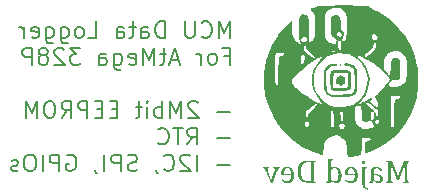
<source format=gbo>
%TF.GenerationSoftware,KiCad,Pcbnew,7.0.10*%
%TF.CreationDate,2024-01-18T02:20:14-05:00*%
%TF.ProjectId,Dattalogger_Board,44617474-616c-46f6-9767-65725f426f61,1*%
%TF.SameCoordinates,Original*%
%TF.FileFunction,Legend,Bot*%
%TF.FilePolarity,Positive*%
%FSLAX46Y46*%
G04 Gerber Fmt 4.6, Leading zero omitted, Abs format (unit mm)*
G04 Created by KiCad (PCBNEW 7.0.10) date 2024-01-18 02:20:14*
%MOMM*%
%LPD*%
G01*
G04 APERTURE LIST*
%ADD10C,0.150000*%
%ADD11C,0.100000*%
G04 APERTURE END LIST*
D10*
X151332982Y-71441177D02*
X151332982Y-70041177D01*
X151332982Y-70041177D02*
X150866316Y-71041177D01*
X150866316Y-71041177D02*
X150399649Y-70041177D01*
X150399649Y-70041177D02*
X150399649Y-71441177D01*
X148932982Y-71307844D02*
X148999649Y-71374511D01*
X148999649Y-71374511D02*
X149199649Y-71441177D01*
X149199649Y-71441177D02*
X149332982Y-71441177D01*
X149332982Y-71441177D02*
X149532982Y-71374511D01*
X149532982Y-71374511D02*
X149666316Y-71241177D01*
X149666316Y-71241177D02*
X149732982Y-71107844D01*
X149732982Y-71107844D02*
X149799649Y-70841177D01*
X149799649Y-70841177D02*
X149799649Y-70641177D01*
X149799649Y-70641177D02*
X149732982Y-70374511D01*
X149732982Y-70374511D02*
X149666316Y-70241177D01*
X149666316Y-70241177D02*
X149532982Y-70107844D01*
X149532982Y-70107844D02*
X149332982Y-70041177D01*
X149332982Y-70041177D02*
X149199649Y-70041177D01*
X149199649Y-70041177D02*
X148999649Y-70107844D01*
X148999649Y-70107844D02*
X148932982Y-70174511D01*
X148332982Y-70041177D02*
X148332982Y-71174511D01*
X148332982Y-71174511D02*
X148266316Y-71307844D01*
X148266316Y-71307844D02*
X148199649Y-71374511D01*
X148199649Y-71374511D02*
X148066316Y-71441177D01*
X148066316Y-71441177D02*
X147799649Y-71441177D01*
X147799649Y-71441177D02*
X147666316Y-71374511D01*
X147666316Y-71374511D02*
X147599649Y-71307844D01*
X147599649Y-71307844D02*
X147532982Y-71174511D01*
X147532982Y-71174511D02*
X147532982Y-70041177D01*
X145799648Y-71441177D02*
X145799648Y-70041177D01*
X145799648Y-70041177D02*
X145466315Y-70041177D01*
X145466315Y-70041177D02*
X145266315Y-70107844D01*
X145266315Y-70107844D02*
X145132982Y-70241177D01*
X145132982Y-70241177D02*
X145066315Y-70374511D01*
X145066315Y-70374511D02*
X144999648Y-70641177D01*
X144999648Y-70641177D02*
X144999648Y-70841177D01*
X144999648Y-70841177D02*
X145066315Y-71107844D01*
X145066315Y-71107844D02*
X145132982Y-71241177D01*
X145132982Y-71241177D02*
X145266315Y-71374511D01*
X145266315Y-71374511D02*
X145466315Y-71441177D01*
X145466315Y-71441177D02*
X145799648Y-71441177D01*
X143799648Y-71441177D02*
X143799648Y-70707844D01*
X143799648Y-70707844D02*
X143866315Y-70574511D01*
X143866315Y-70574511D02*
X143999648Y-70507844D01*
X143999648Y-70507844D02*
X144266315Y-70507844D01*
X144266315Y-70507844D02*
X144399648Y-70574511D01*
X143799648Y-71374511D02*
X143932982Y-71441177D01*
X143932982Y-71441177D02*
X144266315Y-71441177D01*
X144266315Y-71441177D02*
X144399648Y-71374511D01*
X144399648Y-71374511D02*
X144466315Y-71241177D01*
X144466315Y-71241177D02*
X144466315Y-71107844D01*
X144466315Y-71107844D02*
X144399648Y-70974511D01*
X144399648Y-70974511D02*
X144266315Y-70907844D01*
X144266315Y-70907844D02*
X143932982Y-70907844D01*
X143932982Y-70907844D02*
X143799648Y-70841177D01*
X143332981Y-70507844D02*
X142799648Y-70507844D01*
X143132981Y-70041177D02*
X143132981Y-71241177D01*
X143132981Y-71241177D02*
X143066315Y-71374511D01*
X143066315Y-71374511D02*
X142932981Y-71441177D01*
X142932981Y-71441177D02*
X142799648Y-71441177D01*
X141732981Y-71441177D02*
X141732981Y-70707844D01*
X141732981Y-70707844D02*
X141799648Y-70574511D01*
X141799648Y-70574511D02*
X141932981Y-70507844D01*
X141932981Y-70507844D02*
X142199648Y-70507844D01*
X142199648Y-70507844D02*
X142332981Y-70574511D01*
X141732981Y-71374511D02*
X141866315Y-71441177D01*
X141866315Y-71441177D02*
X142199648Y-71441177D01*
X142199648Y-71441177D02*
X142332981Y-71374511D01*
X142332981Y-71374511D02*
X142399648Y-71241177D01*
X142399648Y-71241177D02*
X142399648Y-71107844D01*
X142399648Y-71107844D02*
X142332981Y-70974511D01*
X142332981Y-70974511D02*
X142199648Y-70907844D01*
X142199648Y-70907844D02*
X141866315Y-70907844D01*
X141866315Y-70907844D02*
X141732981Y-70841177D01*
X139332981Y-71441177D02*
X139999647Y-71441177D01*
X139999647Y-71441177D02*
X139999647Y-70041177D01*
X138666314Y-71441177D02*
X138799648Y-71374511D01*
X138799648Y-71374511D02*
X138866314Y-71307844D01*
X138866314Y-71307844D02*
X138932981Y-71174511D01*
X138932981Y-71174511D02*
X138932981Y-70774511D01*
X138932981Y-70774511D02*
X138866314Y-70641177D01*
X138866314Y-70641177D02*
X138799648Y-70574511D01*
X138799648Y-70574511D02*
X138666314Y-70507844D01*
X138666314Y-70507844D02*
X138466314Y-70507844D01*
X138466314Y-70507844D02*
X138332981Y-70574511D01*
X138332981Y-70574511D02*
X138266314Y-70641177D01*
X138266314Y-70641177D02*
X138199648Y-70774511D01*
X138199648Y-70774511D02*
X138199648Y-71174511D01*
X138199648Y-71174511D02*
X138266314Y-71307844D01*
X138266314Y-71307844D02*
X138332981Y-71374511D01*
X138332981Y-71374511D02*
X138466314Y-71441177D01*
X138466314Y-71441177D02*
X138666314Y-71441177D01*
X136999647Y-70507844D02*
X136999647Y-71641177D01*
X136999647Y-71641177D02*
X137066314Y-71774511D01*
X137066314Y-71774511D02*
X137132981Y-71841177D01*
X137132981Y-71841177D02*
X137266314Y-71907844D01*
X137266314Y-71907844D02*
X137466314Y-71907844D01*
X137466314Y-71907844D02*
X137599647Y-71841177D01*
X136999647Y-71374511D02*
X137132981Y-71441177D01*
X137132981Y-71441177D02*
X137399647Y-71441177D01*
X137399647Y-71441177D02*
X137532981Y-71374511D01*
X137532981Y-71374511D02*
X137599647Y-71307844D01*
X137599647Y-71307844D02*
X137666314Y-71174511D01*
X137666314Y-71174511D02*
X137666314Y-70774511D01*
X137666314Y-70774511D02*
X137599647Y-70641177D01*
X137599647Y-70641177D02*
X137532981Y-70574511D01*
X137532981Y-70574511D02*
X137399647Y-70507844D01*
X137399647Y-70507844D02*
X137132981Y-70507844D01*
X137132981Y-70507844D02*
X136999647Y-70574511D01*
X135732980Y-70507844D02*
X135732980Y-71641177D01*
X135732980Y-71641177D02*
X135799647Y-71774511D01*
X135799647Y-71774511D02*
X135866314Y-71841177D01*
X135866314Y-71841177D02*
X135999647Y-71907844D01*
X135999647Y-71907844D02*
X136199647Y-71907844D01*
X136199647Y-71907844D02*
X136332980Y-71841177D01*
X135732980Y-71374511D02*
X135866314Y-71441177D01*
X135866314Y-71441177D02*
X136132980Y-71441177D01*
X136132980Y-71441177D02*
X136266314Y-71374511D01*
X136266314Y-71374511D02*
X136332980Y-71307844D01*
X136332980Y-71307844D02*
X136399647Y-71174511D01*
X136399647Y-71174511D02*
X136399647Y-70774511D01*
X136399647Y-70774511D02*
X136332980Y-70641177D01*
X136332980Y-70641177D02*
X136266314Y-70574511D01*
X136266314Y-70574511D02*
X136132980Y-70507844D01*
X136132980Y-70507844D02*
X135866314Y-70507844D01*
X135866314Y-70507844D02*
X135732980Y-70574511D01*
X134532980Y-71374511D02*
X134666313Y-71441177D01*
X134666313Y-71441177D02*
X134932980Y-71441177D01*
X134932980Y-71441177D02*
X135066313Y-71374511D01*
X135066313Y-71374511D02*
X135132980Y-71241177D01*
X135132980Y-71241177D02*
X135132980Y-70707844D01*
X135132980Y-70707844D02*
X135066313Y-70574511D01*
X135066313Y-70574511D02*
X134932980Y-70507844D01*
X134932980Y-70507844D02*
X134666313Y-70507844D01*
X134666313Y-70507844D02*
X134532980Y-70574511D01*
X134532980Y-70574511D02*
X134466313Y-70707844D01*
X134466313Y-70707844D02*
X134466313Y-70841177D01*
X134466313Y-70841177D02*
X135132980Y-70974511D01*
X133866313Y-71441177D02*
X133866313Y-70507844D01*
X133866313Y-70774511D02*
X133799647Y-70641177D01*
X133799647Y-70641177D02*
X133732980Y-70574511D01*
X133732980Y-70574511D02*
X133599647Y-70507844D01*
X133599647Y-70507844D02*
X133466313Y-70507844D01*
X150866316Y-72961844D02*
X151332982Y-72961844D01*
X151332982Y-73695177D02*
X151332982Y-72295177D01*
X151332982Y-72295177D02*
X150666316Y-72295177D01*
X149932982Y-73695177D02*
X150066316Y-73628511D01*
X150066316Y-73628511D02*
X150132982Y-73561844D01*
X150132982Y-73561844D02*
X150199649Y-73428511D01*
X150199649Y-73428511D02*
X150199649Y-73028511D01*
X150199649Y-73028511D02*
X150132982Y-72895177D01*
X150132982Y-72895177D02*
X150066316Y-72828511D01*
X150066316Y-72828511D02*
X149932982Y-72761844D01*
X149932982Y-72761844D02*
X149732982Y-72761844D01*
X149732982Y-72761844D02*
X149599649Y-72828511D01*
X149599649Y-72828511D02*
X149532982Y-72895177D01*
X149532982Y-72895177D02*
X149466316Y-73028511D01*
X149466316Y-73028511D02*
X149466316Y-73428511D01*
X149466316Y-73428511D02*
X149532982Y-73561844D01*
X149532982Y-73561844D02*
X149599649Y-73628511D01*
X149599649Y-73628511D02*
X149732982Y-73695177D01*
X149732982Y-73695177D02*
X149932982Y-73695177D01*
X148866315Y-73695177D02*
X148866315Y-72761844D01*
X148866315Y-73028511D02*
X148799649Y-72895177D01*
X148799649Y-72895177D02*
X148732982Y-72828511D01*
X148732982Y-72828511D02*
X148599649Y-72761844D01*
X148599649Y-72761844D02*
X148466315Y-72761844D01*
X146999648Y-73295177D02*
X146332981Y-73295177D01*
X147132981Y-73695177D02*
X146666315Y-72295177D01*
X146666315Y-72295177D02*
X146199648Y-73695177D01*
X145932981Y-72761844D02*
X145399648Y-72761844D01*
X145732981Y-72295177D02*
X145732981Y-73495177D01*
X145732981Y-73495177D02*
X145666315Y-73628511D01*
X145666315Y-73628511D02*
X145532981Y-73695177D01*
X145532981Y-73695177D02*
X145399648Y-73695177D01*
X144932981Y-73695177D02*
X144932981Y-72295177D01*
X144932981Y-72295177D02*
X144466315Y-73295177D01*
X144466315Y-73295177D02*
X143999648Y-72295177D01*
X143999648Y-72295177D02*
X143999648Y-73695177D01*
X142799648Y-73628511D02*
X142932981Y-73695177D01*
X142932981Y-73695177D02*
X143199648Y-73695177D01*
X143199648Y-73695177D02*
X143332981Y-73628511D01*
X143332981Y-73628511D02*
X143399648Y-73495177D01*
X143399648Y-73495177D02*
X143399648Y-72961844D01*
X143399648Y-72961844D02*
X143332981Y-72828511D01*
X143332981Y-72828511D02*
X143199648Y-72761844D01*
X143199648Y-72761844D02*
X142932981Y-72761844D01*
X142932981Y-72761844D02*
X142799648Y-72828511D01*
X142799648Y-72828511D02*
X142732981Y-72961844D01*
X142732981Y-72961844D02*
X142732981Y-73095177D01*
X142732981Y-73095177D02*
X143399648Y-73228511D01*
X141532981Y-72761844D02*
X141532981Y-73895177D01*
X141532981Y-73895177D02*
X141599648Y-74028511D01*
X141599648Y-74028511D02*
X141666315Y-74095177D01*
X141666315Y-74095177D02*
X141799648Y-74161844D01*
X141799648Y-74161844D02*
X141999648Y-74161844D01*
X141999648Y-74161844D02*
X142132981Y-74095177D01*
X141532981Y-73628511D02*
X141666315Y-73695177D01*
X141666315Y-73695177D02*
X141932981Y-73695177D01*
X141932981Y-73695177D02*
X142066315Y-73628511D01*
X142066315Y-73628511D02*
X142132981Y-73561844D01*
X142132981Y-73561844D02*
X142199648Y-73428511D01*
X142199648Y-73428511D02*
X142199648Y-73028511D01*
X142199648Y-73028511D02*
X142132981Y-72895177D01*
X142132981Y-72895177D02*
X142066315Y-72828511D01*
X142066315Y-72828511D02*
X141932981Y-72761844D01*
X141932981Y-72761844D02*
X141666315Y-72761844D01*
X141666315Y-72761844D02*
X141532981Y-72828511D01*
X140266314Y-73695177D02*
X140266314Y-72961844D01*
X140266314Y-72961844D02*
X140332981Y-72828511D01*
X140332981Y-72828511D02*
X140466314Y-72761844D01*
X140466314Y-72761844D02*
X140732981Y-72761844D01*
X140732981Y-72761844D02*
X140866314Y-72828511D01*
X140266314Y-73628511D02*
X140399648Y-73695177D01*
X140399648Y-73695177D02*
X140732981Y-73695177D01*
X140732981Y-73695177D02*
X140866314Y-73628511D01*
X140866314Y-73628511D02*
X140932981Y-73495177D01*
X140932981Y-73495177D02*
X140932981Y-73361844D01*
X140932981Y-73361844D02*
X140866314Y-73228511D01*
X140866314Y-73228511D02*
X140732981Y-73161844D01*
X140732981Y-73161844D02*
X140399648Y-73161844D01*
X140399648Y-73161844D02*
X140266314Y-73095177D01*
X138666314Y-72295177D02*
X137799647Y-72295177D01*
X137799647Y-72295177D02*
X138266314Y-72828511D01*
X138266314Y-72828511D02*
X138066314Y-72828511D01*
X138066314Y-72828511D02*
X137932980Y-72895177D01*
X137932980Y-72895177D02*
X137866314Y-72961844D01*
X137866314Y-72961844D02*
X137799647Y-73095177D01*
X137799647Y-73095177D02*
X137799647Y-73428511D01*
X137799647Y-73428511D02*
X137866314Y-73561844D01*
X137866314Y-73561844D02*
X137932980Y-73628511D01*
X137932980Y-73628511D02*
X138066314Y-73695177D01*
X138066314Y-73695177D02*
X138466314Y-73695177D01*
X138466314Y-73695177D02*
X138599647Y-73628511D01*
X138599647Y-73628511D02*
X138666314Y-73561844D01*
X137266314Y-72428511D02*
X137199647Y-72361844D01*
X137199647Y-72361844D02*
X137066314Y-72295177D01*
X137066314Y-72295177D02*
X136732981Y-72295177D01*
X136732981Y-72295177D02*
X136599647Y-72361844D01*
X136599647Y-72361844D02*
X136532981Y-72428511D01*
X136532981Y-72428511D02*
X136466314Y-72561844D01*
X136466314Y-72561844D02*
X136466314Y-72695177D01*
X136466314Y-72695177D02*
X136532981Y-72895177D01*
X136532981Y-72895177D02*
X137332981Y-73695177D01*
X137332981Y-73695177D02*
X136466314Y-73695177D01*
X135666314Y-72895177D02*
X135799648Y-72828511D01*
X135799648Y-72828511D02*
X135866314Y-72761844D01*
X135866314Y-72761844D02*
X135932981Y-72628511D01*
X135932981Y-72628511D02*
X135932981Y-72561844D01*
X135932981Y-72561844D02*
X135866314Y-72428511D01*
X135866314Y-72428511D02*
X135799648Y-72361844D01*
X135799648Y-72361844D02*
X135666314Y-72295177D01*
X135666314Y-72295177D02*
X135399648Y-72295177D01*
X135399648Y-72295177D02*
X135266314Y-72361844D01*
X135266314Y-72361844D02*
X135199648Y-72428511D01*
X135199648Y-72428511D02*
X135132981Y-72561844D01*
X135132981Y-72561844D02*
X135132981Y-72628511D01*
X135132981Y-72628511D02*
X135199648Y-72761844D01*
X135199648Y-72761844D02*
X135266314Y-72828511D01*
X135266314Y-72828511D02*
X135399648Y-72895177D01*
X135399648Y-72895177D02*
X135666314Y-72895177D01*
X135666314Y-72895177D02*
X135799648Y-72961844D01*
X135799648Y-72961844D02*
X135866314Y-73028511D01*
X135866314Y-73028511D02*
X135932981Y-73161844D01*
X135932981Y-73161844D02*
X135932981Y-73428511D01*
X135932981Y-73428511D02*
X135866314Y-73561844D01*
X135866314Y-73561844D02*
X135799648Y-73628511D01*
X135799648Y-73628511D02*
X135666314Y-73695177D01*
X135666314Y-73695177D02*
X135399648Y-73695177D01*
X135399648Y-73695177D02*
X135266314Y-73628511D01*
X135266314Y-73628511D02*
X135199648Y-73561844D01*
X135199648Y-73561844D02*
X135132981Y-73428511D01*
X135132981Y-73428511D02*
X135132981Y-73161844D01*
X135132981Y-73161844D02*
X135199648Y-73028511D01*
X135199648Y-73028511D02*
X135266314Y-72961844D01*
X135266314Y-72961844D02*
X135399648Y-72895177D01*
X134532981Y-73695177D02*
X134532981Y-72295177D01*
X134532981Y-72295177D02*
X133999648Y-72295177D01*
X133999648Y-72295177D02*
X133866315Y-72361844D01*
X133866315Y-72361844D02*
X133799648Y-72428511D01*
X133799648Y-72428511D02*
X133732981Y-72561844D01*
X133732981Y-72561844D02*
X133732981Y-72761844D01*
X133732981Y-72761844D02*
X133799648Y-72895177D01*
X133799648Y-72895177D02*
X133866315Y-72961844D01*
X133866315Y-72961844D02*
X133999648Y-73028511D01*
X133999648Y-73028511D02*
X134532981Y-73028511D01*
X151332982Y-77669844D02*
X150266316Y-77669844D01*
X148599649Y-76936511D02*
X148532982Y-76869844D01*
X148532982Y-76869844D02*
X148399649Y-76803177D01*
X148399649Y-76803177D02*
X148066316Y-76803177D01*
X148066316Y-76803177D02*
X147932982Y-76869844D01*
X147932982Y-76869844D02*
X147866316Y-76936511D01*
X147866316Y-76936511D02*
X147799649Y-77069844D01*
X147799649Y-77069844D02*
X147799649Y-77203177D01*
X147799649Y-77203177D02*
X147866316Y-77403177D01*
X147866316Y-77403177D02*
X148666316Y-78203177D01*
X148666316Y-78203177D02*
X147799649Y-78203177D01*
X147199649Y-78203177D02*
X147199649Y-76803177D01*
X147199649Y-76803177D02*
X146732983Y-77803177D01*
X146732983Y-77803177D02*
X146266316Y-76803177D01*
X146266316Y-76803177D02*
X146266316Y-78203177D01*
X145599649Y-78203177D02*
X145599649Y-76803177D01*
X145599649Y-77336511D02*
X145466316Y-77269844D01*
X145466316Y-77269844D02*
X145199649Y-77269844D01*
X145199649Y-77269844D02*
X145066316Y-77336511D01*
X145066316Y-77336511D02*
X144999649Y-77403177D01*
X144999649Y-77403177D02*
X144932983Y-77536511D01*
X144932983Y-77536511D02*
X144932983Y-77936511D01*
X144932983Y-77936511D02*
X144999649Y-78069844D01*
X144999649Y-78069844D02*
X145066316Y-78136511D01*
X145066316Y-78136511D02*
X145199649Y-78203177D01*
X145199649Y-78203177D02*
X145466316Y-78203177D01*
X145466316Y-78203177D02*
X145599649Y-78136511D01*
X144332982Y-78203177D02*
X144332982Y-77269844D01*
X144332982Y-76803177D02*
X144399649Y-76869844D01*
X144399649Y-76869844D02*
X144332982Y-76936511D01*
X144332982Y-76936511D02*
X144266316Y-76869844D01*
X144266316Y-76869844D02*
X144332982Y-76803177D01*
X144332982Y-76803177D02*
X144332982Y-76936511D01*
X143866315Y-77269844D02*
X143332982Y-77269844D01*
X143666315Y-76803177D02*
X143666315Y-78003177D01*
X143666315Y-78003177D02*
X143599649Y-78136511D01*
X143599649Y-78136511D02*
X143466315Y-78203177D01*
X143466315Y-78203177D02*
X143332982Y-78203177D01*
X141799648Y-77469844D02*
X141332982Y-77469844D01*
X141132982Y-78203177D02*
X141799648Y-78203177D01*
X141799648Y-78203177D02*
X141799648Y-76803177D01*
X141799648Y-76803177D02*
X141132982Y-76803177D01*
X140532981Y-77469844D02*
X140066315Y-77469844D01*
X139866315Y-78203177D02*
X140532981Y-78203177D01*
X140532981Y-78203177D02*
X140532981Y-76803177D01*
X140532981Y-76803177D02*
X139866315Y-76803177D01*
X139266314Y-78203177D02*
X139266314Y-76803177D01*
X139266314Y-76803177D02*
X138732981Y-76803177D01*
X138732981Y-76803177D02*
X138599648Y-76869844D01*
X138599648Y-76869844D02*
X138532981Y-76936511D01*
X138532981Y-76936511D02*
X138466314Y-77069844D01*
X138466314Y-77069844D02*
X138466314Y-77269844D01*
X138466314Y-77269844D02*
X138532981Y-77403177D01*
X138532981Y-77403177D02*
X138599648Y-77469844D01*
X138599648Y-77469844D02*
X138732981Y-77536511D01*
X138732981Y-77536511D02*
X139266314Y-77536511D01*
X137066314Y-78203177D02*
X137532981Y-77536511D01*
X137866314Y-78203177D02*
X137866314Y-76803177D01*
X137866314Y-76803177D02*
X137332981Y-76803177D01*
X137332981Y-76803177D02*
X137199648Y-76869844D01*
X137199648Y-76869844D02*
X137132981Y-76936511D01*
X137132981Y-76936511D02*
X137066314Y-77069844D01*
X137066314Y-77069844D02*
X137066314Y-77269844D01*
X137066314Y-77269844D02*
X137132981Y-77403177D01*
X137132981Y-77403177D02*
X137199648Y-77469844D01*
X137199648Y-77469844D02*
X137332981Y-77536511D01*
X137332981Y-77536511D02*
X137866314Y-77536511D01*
X136199648Y-76803177D02*
X135932981Y-76803177D01*
X135932981Y-76803177D02*
X135799648Y-76869844D01*
X135799648Y-76869844D02*
X135666314Y-77003177D01*
X135666314Y-77003177D02*
X135599648Y-77269844D01*
X135599648Y-77269844D02*
X135599648Y-77736511D01*
X135599648Y-77736511D02*
X135666314Y-78003177D01*
X135666314Y-78003177D02*
X135799648Y-78136511D01*
X135799648Y-78136511D02*
X135932981Y-78203177D01*
X135932981Y-78203177D02*
X136199648Y-78203177D01*
X136199648Y-78203177D02*
X136332981Y-78136511D01*
X136332981Y-78136511D02*
X136466314Y-78003177D01*
X136466314Y-78003177D02*
X136532981Y-77736511D01*
X136532981Y-77736511D02*
X136532981Y-77269844D01*
X136532981Y-77269844D02*
X136466314Y-77003177D01*
X136466314Y-77003177D02*
X136332981Y-76869844D01*
X136332981Y-76869844D02*
X136199648Y-76803177D01*
X134999647Y-78203177D02*
X134999647Y-76803177D01*
X134999647Y-76803177D02*
X134532981Y-77803177D01*
X134532981Y-77803177D02*
X134066314Y-76803177D01*
X134066314Y-76803177D02*
X134066314Y-78203177D01*
X151332982Y-79923844D02*
X150266316Y-79923844D01*
X147732982Y-80457177D02*
X148199649Y-79790511D01*
X148532982Y-80457177D02*
X148532982Y-79057177D01*
X148532982Y-79057177D02*
X147999649Y-79057177D01*
X147999649Y-79057177D02*
X147866316Y-79123844D01*
X147866316Y-79123844D02*
X147799649Y-79190511D01*
X147799649Y-79190511D02*
X147732982Y-79323844D01*
X147732982Y-79323844D02*
X147732982Y-79523844D01*
X147732982Y-79523844D02*
X147799649Y-79657177D01*
X147799649Y-79657177D02*
X147866316Y-79723844D01*
X147866316Y-79723844D02*
X147999649Y-79790511D01*
X147999649Y-79790511D02*
X148532982Y-79790511D01*
X147332982Y-79057177D02*
X146532982Y-79057177D01*
X146932982Y-80457177D02*
X146932982Y-79057177D01*
X145266315Y-80323844D02*
X145332982Y-80390511D01*
X145332982Y-80390511D02*
X145532982Y-80457177D01*
X145532982Y-80457177D02*
X145666315Y-80457177D01*
X145666315Y-80457177D02*
X145866315Y-80390511D01*
X145866315Y-80390511D02*
X145999649Y-80257177D01*
X145999649Y-80257177D02*
X146066315Y-80123844D01*
X146066315Y-80123844D02*
X146132982Y-79857177D01*
X146132982Y-79857177D02*
X146132982Y-79657177D01*
X146132982Y-79657177D02*
X146066315Y-79390511D01*
X146066315Y-79390511D02*
X145999649Y-79257177D01*
X145999649Y-79257177D02*
X145866315Y-79123844D01*
X145866315Y-79123844D02*
X145666315Y-79057177D01*
X145666315Y-79057177D02*
X145532982Y-79057177D01*
X145532982Y-79057177D02*
X145332982Y-79123844D01*
X145332982Y-79123844D02*
X145266315Y-79190511D01*
X151332982Y-82177844D02*
X150266316Y-82177844D01*
X148532982Y-82711177D02*
X148532982Y-81311177D01*
X147932982Y-81444511D02*
X147866315Y-81377844D01*
X147866315Y-81377844D02*
X147732982Y-81311177D01*
X147732982Y-81311177D02*
X147399649Y-81311177D01*
X147399649Y-81311177D02*
X147266315Y-81377844D01*
X147266315Y-81377844D02*
X147199649Y-81444511D01*
X147199649Y-81444511D02*
X147132982Y-81577844D01*
X147132982Y-81577844D02*
X147132982Y-81711177D01*
X147132982Y-81711177D02*
X147199649Y-81911177D01*
X147199649Y-81911177D02*
X147999649Y-82711177D01*
X147999649Y-82711177D02*
X147132982Y-82711177D01*
X145732982Y-82577844D02*
X145799649Y-82644511D01*
X145799649Y-82644511D02*
X145999649Y-82711177D01*
X145999649Y-82711177D02*
X146132982Y-82711177D01*
X146132982Y-82711177D02*
X146332982Y-82644511D01*
X146332982Y-82644511D02*
X146466316Y-82511177D01*
X146466316Y-82511177D02*
X146532982Y-82377844D01*
X146532982Y-82377844D02*
X146599649Y-82111177D01*
X146599649Y-82111177D02*
X146599649Y-81911177D01*
X146599649Y-81911177D02*
X146532982Y-81644511D01*
X146532982Y-81644511D02*
X146466316Y-81511177D01*
X146466316Y-81511177D02*
X146332982Y-81377844D01*
X146332982Y-81377844D02*
X146132982Y-81311177D01*
X146132982Y-81311177D02*
X145999649Y-81311177D01*
X145999649Y-81311177D02*
X145799649Y-81377844D01*
X145799649Y-81377844D02*
X145732982Y-81444511D01*
X145066316Y-82644511D02*
X145066316Y-82711177D01*
X145066316Y-82711177D02*
X145132982Y-82844511D01*
X145132982Y-82844511D02*
X145199649Y-82911177D01*
X143466315Y-82644511D02*
X143266315Y-82711177D01*
X143266315Y-82711177D02*
X142932982Y-82711177D01*
X142932982Y-82711177D02*
X142799648Y-82644511D01*
X142799648Y-82644511D02*
X142732982Y-82577844D01*
X142732982Y-82577844D02*
X142666315Y-82444511D01*
X142666315Y-82444511D02*
X142666315Y-82311177D01*
X142666315Y-82311177D02*
X142732982Y-82177844D01*
X142732982Y-82177844D02*
X142799648Y-82111177D01*
X142799648Y-82111177D02*
X142932982Y-82044511D01*
X142932982Y-82044511D02*
X143199648Y-81977844D01*
X143199648Y-81977844D02*
X143332982Y-81911177D01*
X143332982Y-81911177D02*
X143399648Y-81844511D01*
X143399648Y-81844511D02*
X143466315Y-81711177D01*
X143466315Y-81711177D02*
X143466315Y-81577844D01*
X143466315Y-81577844D02*
X143399648Y-81444511D01*
X143399648Y-81444511D02*
X143332982Y-81377844D01*
X143332982Y-81377844D02*
X143199648Y-81311177D01*
X143199648Y-81311177D02*
X142866315Y-81311177D01*
X142866315Y-81311177D02*
X142666315Y-81377844D01*
X142066315Y-82711177D02*
X142066315Y-81311177D01*
X142066315Y-81311177D02*
X141532982Y-81311177D01*
X141532982Y-81311177D02*
X141399649Y-81377844D01*
X141399649Y-81377844D02*
X141332982Y-81444511D01*
X141332982Y-81444511D02*
X141266315Y-81577844D01*
X141266315Y-81577844D02*
X141266315Y-81777844D01*
X141266315Y-81777844D02*
X141332982Y-81911177D01*
X141332982Y-81911177D02*
X141399649Y-81977844D01*
X141399649Y-81977844D02*
X141532982Y-82044511D01*
X141532982Y-82044511D02*
X142066315Y-82044511D01*
X140666315Y-82711177D02*
X140666315Y-81311177D01*
X139932982Y-82644511D02*
X139932982Y-82711177D01*
X139932982Y-82711177D02*
X139999648Y-82844511D01*
X139999648Y-82844511D02*
X140066315Y-82911177D01*
X137532981Y-81377844D02*
X137666314Y-81311177D01*
X137666314Y-81311177D02*
X137866314Y-81311177D01*
X137866314Y-81311177D02*
X138066314Y-81377844D01*
X138066314Y-81377844D02*
X138199648Y-81511177D01*
X138199648Y-81511177D02*
X138266314Y-81644511D01*
X138266314Y-81644511D02*
X138332981Y-81911177D01*
X138332981Y-81911177D02*
X138332981Y-82111177D01*
X138332981Y-82111177D02*
X138266314Y-82377844D01*
X138266314Y-82377844D02*
X138199648Y-82511177D01*
X138199648Y-82511177D02*
X138066314Y-82644511D01*
X138066314Y-82644511D02*
X137866314Y-82711177D01*
X137866314Y-82711177D02*
X137732981Y-82711177D01*
X137732981Y-82711177D02*
X137532981Y-82644511D01*
X137532981Y-82644511D02*
X137466314Y-82577844D01*
X137466314Y-82577844D02*
X137466314Y-82111177D01*
X137466314Y-82111177D02*
X137732981Y-82111177D01*
X136866314Y-82711177D02*
X136866314Y-81311177D01*
X136866314Y-81311177D02*
X136332981Y-81311177D01*
X136332981Y-81311177D02*
X136199648Y-81377844D01*
X136199648Y-81377844D02*
X136132981Y-81444511D01*
X136132981Y-81444511D02*
X136066314Y-81577844D01*
X136066314Y-81577844D02*
X136066314Y-81777844D01*
X136066314Y-81777844D02*
X136132981Y-81911177D01*
X136132981Y-81911177D02*
X136199648Y-81977844D01*
X136199648Y-81977844D02*
X136332981Y-82044511D01*
X136332981Y-82044511D02*
X136866314Y-82044511D01*
X135466314Y-82711177D02*
X135466314Y-81311177D01*
X134532981Y-81311177D02*
X134266314Y-81311177D01*
X134266314Y-81311177D02*
X134132981Y-81377844D01*
X134132981Y-81377844D02*
X133999647Y-81511177D01*
X133999647Y-81511177D02*
X133932981Y-81777844D01*
X133932981Y-81777844D02*
X133932981Y-82244511D01*
X133932981Y-82244511D02*
X133999647Y-82511177D01*
X133999647Y-82511177D02*
X134132981Y-82644511D01*
X134132981Y-82644511D02*
X134266314Y-82711177D01*
X134266314Y-82711177D02*
X134532981Y-82711177D01*
X134532981Y-82711177D02*
X134666314Y-82644511D01*
X134666314Y-82644511D02*
X134799647Y-82511177D01*
X134799647Y-82511177D02*
X134866314Y-82244511D01*
X134866314Y-82244511D02*
X134866314Y-81777844D01*
X134866314Y-81777844D02*
X134799647Y-81511177D01*
X134799647Y-81511177D02*
X134666314Y-81377844D01*
X134666314Y-81377844D02*
X134532981Y-81311177D01*
X133399647Y-82644511D02*
X133266314Y-82711177D01*
X133266314Y-82711177D02*
X132999647Y-82711177D01*
X132999647Y-82711177D02*
X132866314Y-82644511D01*
X132866314Y-82644511D02*
X132799647Y-82511177D01*
X132799647Y-82511177D02*
X132799647Y-82444511D01*
X132799647Y-82444511D02*
X132866314Y-82311177D01*
X132866314Y-82311177D02*
X132999647Y-82244511D01*
X132999647Y-82244511D02*
X133199647Y-82244511D01*
X133199647Y-82244511D02*
X133332980Y-82177844D01*
X133332980Y-82177844D02*
X133399647Y-82044511D01*
X133399647Y-82044511D02*
X133399647Y-81977844D01*
X133399647Y-81977844D02*
X133332980Y-81844511D01*
X133332980Y-81844511D02*
X133199647Y-81777844D01*
X133199647Y-81777844D02*
X132999647Y-81777844D01*
X132999647Y-81777844D02*
X132866314Y-81844511D01*
D11*
G36*
X164551448Y-81892466D02*
G01*
X164572978Y-81898145D01*
X164592138Y-81903823D01*
X164611495Y-81910448D01*
X164629669Y-81918020D01*
X164638887Y-81922752D01*
X164656088Y-81934086D01*
X164670750Y-81947268D01*
X164681874Y-81960854D01*
X164691639Y-81979015D01*
X164698170Y-81997910D01*
X164702871Y-82017755D01*
X164704833Y-82028753D01*
X164707688Y-82050799D01*
X164709577Y-82073491D01*
X164710758Y-82095077D01*
X164711581Y-82119096D01*
X164711981Y-82140062D01*
X164712153Y-82162586D01*
X164712160Y-82168460D01*
X164712160Y-83356946D01*
X164712069Y-83379142D01*
X164711794Y-83399811D01*
X164711193Y-83423500D01*
X164710305Y-83444805D01*
X164708863Y-83467222D01*
X164706659Y-83489034D01*
X164706298Y-83491768D01*
X164702635Y-83511918D01*
X164697345Y-83531959D01*
X164690018Y-83550965D01*
X164685782Y-83559179D01*
X164674148Y-83575047D01*
X164659398Y-83589068D01*
X164643284Y-83600212D01*
X164624565Y-83609318D01*
X164606159Y-83616454D01*
X164584387Y-83623637D01*
X164563046Y-83629831D01*
X164551448Y-83632940D01*
X164551448Y-83700352D01*
X165124442Y-83700352D01*
X165124442Y-83632940D01*
X165101187Y-83626844D01*
X165080268Y-83620461D01*
X165061688Y-83613792D01*
X165042477Y-83605412D01*
X165024318Y-83595113D01*
X165015998Y-83588977D01*
X165002076Y-83575085D01*
X164990597Y-83558324D01*
X164981560Y-83538693D01*
X164975656Y-83519162D01*
X164974965Y-83516192D01*
X164971147Y-83495859D01*
X164968569Y-83475556D01*
X164966539Y-83452201D01*
X164965310Y-83431318D01*
X164964432Y-83408481D01*
X164963906Y-83383691D01*
X164963741Y-83363815D01*
X164963730Y-83356946D01*
X164963730Y-82830358D01*
X164963707Y-82804448D01*
X164963639Y-82778495D01*
X164963524Y-82752500D01*
X164963364Y-82726464D01*
X164963158Y-82700385D01*
X164962906Y-82674264D01*
X164962608Y-82648102D01*
X164962265Y-82621897D01*
X164961876Y-82595651D01*
X164961440Y-82569362D01*
X164960960Y-82543032D01*
X164960433Y-82516659D01*
X164959861Y-82490245D01*
X164959242Y-82463788D01*
X164958578Y-82437290D01*
X164957868Y-82410749D01*
X164957067Y-82384713D01*
X164956250Y-82359725D01*
X164955418Y-82335788D01*
X164954571Y-82312899D01*
X164953709Y-82291061D01*
X164952831Y-82270271D01*
X164951938Y-82250532D01*
X164950570Y-82222890D01*
X164949167Y-82197609D01*
X164947730Y-82174690D01*
X164946259Y-82154132D01*
X164944244Y-82130395D01*
X164943214Y-82120100D01*
X164966661Y-82120100D01*
X165510834Y-83481510D01*
X165668615Y-83481510D01*
X166174198Y-82098118D01*
X166197645Y-82098118D01*
X166195943Y-82121245D01*
X166194677Y-82141375D01*
X166193419Y-82163892D01*
X166192169Y-82188796D01*
X166190928Y-82216088D01*
X166189696Y-82245766D01*
X166188880Y-82266878D01*
X166188067Y-82289050D01*
X166187258Y-82312284D01*
X166186452Y-82336579D01*
X166185651Y-82361934D01*
X166184853Y-82388350D01*
X166184456Y-82401957D01*
X166183687Y-82429482D01*
X166182968Y-82457102D01*
X166182298Y-82484818D01*
X166181678Y-82512629D01*
X166181107Y-82540536D01*
X166180586Y-82568538D01*
X166180115Y-82596635D01*
X166179693Y-82624828D01*
X166179321Y-82653116D01*
X166178999Y-82681500D01*
X166178726Y-82709979D01*
X166178503Y-82738554D01*
X166178329Y-82767224D01*
X166178205Y-82795989D01*
X166178130Y-82824850D01*
X166178106Y-82853806D01*
X166178106Y-83356946D01*
X166178014Y-83379142D01*
X166177739Y-83399811D01*
X166177138Y-83423500D01*
X166176251Y-83444805D01*
X166174808Y-83467222D01*
X166172605Y-83489034D01*
X166172244Y-83491768D01*
X166168580Y-83511918D01*
X166163291Y-83531959D01*
X166155964Y-83550965D01*
X166151727Y-83559179D01*
X166140094Y-83575047D01*
X166125344Y-83589068D01*
X166109229Y-83600212D01*
X166090510Y-83609318D01*
X166072104Y-83616454D01*
X166050332Y-83623637D01*
X166028992Y-83629831D01*
X166017394Y-83632940D01*
X166017394Y-83700352D01*
X166519069Y-83700352D01*
X166519069Y-83632940D01*
X166498697Y-83627369D01*
X166475702Y-83620189D01*
X166455449Y-83612771D01*
X166434767Y-83603555D01*
X166415629Y-83592368D01*
X166405252Y-83584092D01*
X166391879Y-83569254D01*
X166381071Y-83551608D01*
X166372828Y-83531152D01*
X166367719Y-83510950D01*
X166367150Y-83507888D01*
X166364161Y-83487549D01*
X166362144Y-83467793D01*
X166360555Y-83445484D01*
X166359593Y-83425800D01*
X166358906Y-83404482D01*
X166358494Y-83381531D01*
X166358357Y-83356946D01*
X166358357Y-82167972D01*
X166358464Y-82145089D01*
X166358784Y-82123825D01*
X166359319Y-82104179D01*
X166360287Y-82081896D01*
X166361589Y-82062142D01*
X166363593Y-82041775D01*
X166365196Y-82030219D01*
X166369195Y-82009703D01*
X166375081Y-81989541D01*
X166383344Y-81970765D01*
X166388155Y-81962808D01*
X166400171Y-81947228D01*
X166414727Y-81934073D01*
X166430164Y-81924218D01*
X166449971Y-81914772D01*
X166471037Y-81906804D01*
X166489882Y-81900587D01*
X166511337Y-81894164D01*
X166519069Y-81891977D01*
X166519069Y-81824566D01*
X166028629Y-81824566D01*
X165546494Y-83161063D01*
X165015998Y-81824566D01*
X164551448Y-81824566D01*
X164551448Y-81892466D01*
G37*
G36*
X163664557Y-82356329D02*
G01*
X163687134Y-82357199D01*
X163709620Y-82358649D01*
X163732014Y-82360679D01*
X163754316Y-82363290D01*
X163776527Y-82366480D01*
X163798646Y-82370251D01*
X163820674Y-82374601D01*
X163842656Y-82379463D01*
X163864637Y-82384768D01*
X163886619Y-82390515D01*
X163908601Y-82396705D01*
X163930583Y-82403338D01*
X163952565Y-82410413D01*
X163974547Y-82417932D01*
X163996529Y-82425892D01*
X164002067Y-82427944D01*
X164025079Y-82436874D01*
X164043240Y-82444333D01*
X164062174Y-82452444D01*
X164081880Y-82461208D01*
X164102359Y-82470625D01*
X164123611Y-82480694D01*
X164145636Y-82491416D01*
X164168434Y-82502791D01*
X164192004Y-82514818D01*
X164216347Y-82527497D01*
X164216347Y-82699933D01*
X164036096Y-82699933D01*
X164031879Y-82686469D01*
X164025081Y-82667075D01*
X164017717Y-82648642D01*
X164007016Y-82625561D01*
X163995307Y-82604190D01*
X163982591Y-82584528D01*
X163968868Y-82566576D01*
X163954137Y-82550334D01*
X163938399Y-82535802D01*
X163934267Y-82532436D01*
X163916918Y-82520040D01*
X163898256Y-82509355D01*
X163878282Y-82500379D01*
X163856994Y-82493113D01*
X163834394Y-82487556D01*
X163810481Y-82483709D01*
X163785256Y-82481572D01*
X163765475Y-82481091D01*
X163759346Y-82481128D01*
X163735605Y-82482021D01*
X163713100Y-82484105D01*
X163691832Y-82487380D01*
X163671801Y-82491845D01*
X163648500Y-82499100D01*
X163627131Y-82508216D01*
X163607694Y-82519193D01*
X163593413Y-82529398D01*
X163576958Y-82544064D01*
X163562053Y-82560854D01*
X163548698Y-82579766D01*
X163536894Y-82600801D01*
X163528567Y-82619157D01*
X163521232Y-82638872D01*
X163516256Y-82654692D01*
X163510383Y-82677414D01*
X163505380Y-82701998D01*
X163502198Y-82721659D01*
X163499506Y-82742367D01*
X163497304Y-82764123D01*
X163495591Y-82786926D01*
X163494367Y-82810777D01*
X163493633Y-82835676D01*
X163493388Y-82861622D01*
X163493388Y-82950037D01*
X163518016Y-82951289D01*
X163542256Y-82952724D01*
X163566109Y-82954342D01*
X163589574Y-82956144D01*
X163612652Y-82958128D01*
X163635343Y-82960296D01*
X163657646Y-82962647D01*
X163679562Y-82965181D01*
X163701091Y-82967898D01*
X163722232Y-82970798D01*
X163742986Y-82973882D01*
X163763353Y-82977148D01*
X163783332Y-82980598D01*
X163802924Y-82984231D01*
X163840946Y-82992047D01*
X163877418Y-83000596D01*
X163912341Y-83009877D01*
X163945715Y-83019891D01*
X163977539Y-83030638D01*
X164007813Y-83042117D01*
X164036539Y-83054329D01*
X164063714Y-83067274D01*
X164089341Y-83080952D01*
X164113357Y-83095301D01*
X164135823Y-83110383D01*
X164156740Y-83126198D01*
X164176108Y-83142745D01*
X164193926Y-83160025D01*
X164210195Y-83178038D01*
X164224915Y-83196784D01*
X164238085Y-83216262D01*
X164249705Y-83236473D01*
X164259777Y-83257417D01*
X164268298Y-83279094D01*
X164275271Y-83301503D01*
X164280694Y-83324645D01*
X164284567Y-83348520D01*
X164286891Y-83373127D01*
X164287666Y-83398467D01*
X164287002Y-83422892D01*
X164285010Y-83446583D01*
X164281690Y-83469542D01*
X164277041Y-83491768D01*
X164271065Y-83513261D01*
X164263761Y-83534022D01*
X164255128Y-83554050D01*
X164245168Y-83573345D01*
X164233963Y-83591625D01*
X164221598Y-83608852D01*
X164208073Y-83625025D01*
X164193388Y-83640146D01*
X164177543Y-83654212D01*
X164160538Y-83667226D01*
X164142372Y-83679186D01*
X164123046Y-83690093D01*
X164102644Y-83699825D01*
X164081495Y-83708259D01*
X164059597Y-83715395D01*
X164036951Y-83721234D01*
X164013557Y-83725776D01*
X163989415Y-83729020D01*
X163964525Y-83730966D01*
X163938887Y-83731615D01*
X163924162Y-83731416D01*
X163902268Y-83730374D01*
X163880605Y-83728439D01*
X163859174Y-83725612D01*
X163837975Y-83721891D01*
X163817008Y-83717277D01*
X163796272Y-83711770D01*
X163775769Y-83705370D01*
X163755497Y-83698077D01*
X163735457Y-83689891D01*
X163715649Y-83680812D01*
X163695745Y-83670568D01*
X163675601Y-83659071D01*
X163655216Y-83646319D01*
X163634591Y-83632315D01*
X163613726Y-83617056D01*
X163592620Y-83600544D01*
X163571273Y-83582778D01*
X163549686Y-83563759D01*
X163535161Y-83550383D01*
X163520530Y-83536449D01*
X163505791Y-83521959D01*
X163490946Y-83506911D01*
X163470429Y-83512285D01*
X163477268Y-83700352D01*
X163100646Y-83700352D01*
X163100646Y-83632452D01*
X163108086Y-83630382D01*
X163128825Y-83624239D01*
X163150026Y-83617204D01*
X163170306Y-83609334D01*
X163188085Y-83600700D01*
X163199041Y-83593795D01*
X163215104Y-83580652D01*
X163228629Y-83564552D01*
X163229477Y-83563195D01*
X163238613Y-83544671D01*
X163244758Y-83526085D01*
X163249145Y-83506911D01*
X163251880Y-83490816D01*
X163254641Y-83469298D01*
X163256381Y-83449392D01*
X163257450Y-83428753D01*
X163257679Y-83417312D01*
X163257965Y-83396630D01*
X163258151Y-83376167D01*
X163258289Y-83352771D01*
X163258366Y-83331942D01*
X163258411Y-83309235D01*
X163258427Y-83284650D01*
X163258427Y-83067274D01*
X163493388Y-83067274D01*
X163493388Y-83268042D01*
X163494060Y-83285894D01*
X163496789Y-83308274D01*
X163501616Y-83330726D01*
X163508543Y-83353249D01*
X163517568Y-83375844D01*
X163526300Y-83393972D01*
X163536375Y-83412145D01*
X163547526Y-83429914D01*
X163559731Y-83446827D01*
X163572989Y-83462886D01*
X163587300Y-83478091D01*
X163602664Y-83492440D01*
X163619082Y-83505934D01*
X163636553Y-83518574D01*
X163655077Y-83530358D01*
X163674395Y-83540891D01*
X163694248Y-83550020D01*
X163714634Y-83557744D01*
X163735555Y-83564064D01*
X163757010Y-83568979D01*
X163779000Y-83572490D01*
X163801524Y-83574597D01*
X163824582Y-83575299D01*
X163836792Y-83575145D01*
X163856455Y-83574200D01*
X163878918Y-83571933D01*
X163900144Y-83568430D01*
X163920134Y-83563690D01*
X163938887Y-83557714D01*
X163956272Y-83549923D01*
X163975123Y-83538272D01*
X163992430Y-83523863D01*
X164006037Y-83509317D01*
X164018510Y-83492745D01*
X164020434Y-83489750D01*
X164030692Y-83470379D01*
X164038752Y-83448603D01*
X164043790Y-83428620D01*
X164047301Y-83406967D01*
X164049285Y-83383645D01*
X164049774Y-83363785D01*
X164049232Y-83345335D01*
X164046387Y-83318769D01*
X164041103Y-83293535D01*
X164033381Y-83269631D01*
X164023220Y-83247058D01*
X164010620Y-83225816D01*
X163995582Y-83205905D01*
X163978105Y-83187325D01*
X163958190Y-83170075D01*
X163935836Y-83154157D01*
X163911044Y-83139570D01*
X163893155Y-83130586D01*
X163874171Y-83122198D01*
X163854091Y-83114405D01*
X163832916Y-83107208D01*
X163810646Y-83100606D01*
X163787281Y-83094599D01*
X163762821Y-83089187D01*
X163737265Y-83084371D01*
X163710614Y-83080150D01*
X163682867Y-83076525D01*
X163654026Y-83073495D01*
X163624089Y-83071060D01*
X163593057Y-83069220D01*
X163560929Y-83067976D01*
X163527706Y-83067327D01*
X163493388Y-83067274D01*
X163258427Y-83067274D01*
X163258427Y-82803492D01*
X163258467Y-82792284D01*
X163258792Y-82770402D01*
X163259440Y-82749229D01*
X163260414Y-82728766D01*
X163262482Y-82699402D01*
X163265279Y-82671636D01*
X163268807Y-82645467D01*
X163273065Y-82620894D01*
X163278052Y-82597919D01*
X163283769Y-82576542D01*
X163290216Y-82556761D01*
X163299948Y-82532871D01*
X163310855Y-82511125D01*
X163323059Y-82490830D01*
X163336562Y-82471986D01*
X163351361Y-82454591D01*
X163367458Y-82438646D01*
X163384853Y-82424152D01*
X163403545Y-82411108D01*
X163423535Y-82399514D01*
X163439482Y-82391745D01*
X163462200Y-82382574D01*
X163486582Y-82374762D01*
X163505961Y-82369795D01*
X163526276Y-82365592D01*
X163547526Y-82362153D01*
X163569713Y-82359478D01*
X163592835Y-82357567D01*
X163616894Y-82356421D01*
X163641888Y-82356039D01*
X163664557Y-82356329D01*
G37*
G36*
X162519348Y-81855830D02*
G01*
X162519348Y-82121566D01*
X162770918Y-82121566D01*
X162770918Y-81855830D01*
X162519348Y-81855830D01*
G37*
G36*
X162526187Y-83668600D02*
G01*
X162526343Y-83691996D01*
X162526813Y-83714800D01*
X162527595Y-83737013D01*
X162528690Y-83758634D01*
X162530098Y-83779664D01*
X162531819Y-83800102D01*
X162533854Y-83819948D01*
X162537491Y-83848609D01*
X162541833Y-83875939D01*
X162546880Y-83901938D01*
X162552630Y-83926606D01*
X162559084Y-83949943D01*
X162566242Y-83971950D01*
X162574177Y-83992985D01*
X162583141Y-84013412D01*
X162593136Y-84033228D01*
X162604161Y-84052435D01*
X162616217Y-84071032D01*
X162629303Y-84089020D01*
X162643419Y-84106398D01*
X162658566Y-84123166D01*
X162674744Y-84139325D01*
X162691951Y-84154874D01*
X162703995Y-84164901D01*
X162723088Y-84179486D01*
X162743546Y-84193564D01*
X162765369Y-84207135D01*
X162788557Y-84220200D01*
X162813110Y-84232757D01*
X162839029Y-84244809D01*
X162857067Y-84252562D01*
X162875712Y-84260089D01*
X162894963Y-84267392D01*
X162914821Y-84274469D01*
X162935286Y-84281321D01*
X162956357Y-84287948D01*
X162978036Y-84294350D01*
X163024931Y-84169298D01*
X163004315Y-84161528D01*
X162984966Y-84153849D01*
X162966885Y-84146263D01*
X162946064Y-84136908D01*
X162927224Y-84127696D01*
X162907228Y-84116831D01*
X162895482Y-84109703D01*
X162879196Y-84098700D01*
X162861628Y-84084909D01*
X162845603Y-84070089D01*
X162831120Y-84054241D01*
X162821720Y-84042291D01*
X162809766Y-84024123D01*
X162800561Y-84006503D01*
X162792318Y-83986994D01*
X162785036Y-83965596D01*
X162779703Y-83946321D01*
X162777757Y-83938244D01*
X162773394Y-83916894D01*
X162769771Y-83893756D01*
X162767405Y-83873957D01*
X162765512Y-83853013D01*
X162764093Y-83830924D01*
X162763146Y-83807691D01*
X162762673Y-83783312D01*
X162762614Y-83770693D01*
X162762614Y-82759040D01*
X162762682Y-82733470D01*
X162762888Y-82709764D01*
X162763232Y-82687919D01*
X162763713Y-82667937D01*
X162764507Y-82645578D01*
X162765744Y-82622589D01*
X162767010Y-82606632D01*
X162769575Y-82584681D01*
X162773360Y-82565233D01*
X162779079Y-82546347D01*
X162784596Y-82533848D01*
X162795788Y-82516647D01*
X162810560Y-82501985D01*
X162827094Y-82490861D01*
X162847015Y-82481673D01*
X162867638Y-82474741D01*
X162888887Y-82468948D01*
X162909114Y-82464225D01*
X162931630Y-82459598D01*
X162931630Y-82387302D01*
X162610206Y-82387302D01*
X162526187Y-82387302D01*
X162526187Y-83668600D01*
G37*
G36*
X161570243Y-82356377D02*
G01*
X161591927Y-82357390D01*
X161613291Y-82359079D01*
X161634334Y-82361443D01*
X161655056Y-82364482D01*
X161675458Y-82368198D01*
X161695540Y-82372588D01*
X161715300Y-82377654D01*
X161734741Y-82383396D01*
X161753860Y-82389813D01*
X161772659Y-82396906D01*
X161791138Y-82404674D01*
X161809296Y-82413117D01*
X161827133Y-82422236D01*
X161844650Y-82432031D01*
X161861846Y-82442501D01*
X161878577Y-82453532D01*
X161894819Y-82465131D01*
X161910573Y-82477300D01*
X161925838Y-82490037D01*
X161940614Y-82503342D01*
X161954903Y-82517216D01*
X161968702Y-82531659D01*
X161982014Y-82546670D01*
X161994836Y-82562250D01*
X162007171Y-82578399D01*
X162019016Y-82595116D01*
X162030374Y-82612402D01*
X162041242Y-82630257D01*
X162051623Y-82648680D01*
X162061515Y-82667672D01*
X162070918Y-82687232D01*
X162079791Y-82707209D01*
X162088091Y-82727570D01*
X162095819Y-82748318D01*
X162102975Y-82769450D01*
X162109558Y-82790969D01*
X162115569Y-82812872D01*
X162121007Y-82835161D01*
X162125873Y-82857836D01*
X162130166Y-82880896D01*
X162133887Y-82904341D01*
X162137035Y-82928172D01*
X162139611Y-82952388D01*
X162141615Y-82976990D01*
X162143046Y-83001977D01*
X162143905Y-83027350D01*
X162144191Y-83053108D01*
X162144050Y-83073892D01*
X162143628Y-83094358D01*
X162142924Y-83114505D01*
X162141939Y-83134334D01*
X162139125Y-83173035D01*
X162135184Y-83210461D01*
X162130118Y-83246613D01*
X162123926Y-83281490D01*
X162116609Y-83315093D01*
X162108165Y-83347421D01*
X162098596Y-83378474D01*
X162087900Y-83408252D01*
X162076080Y-83436756D01*
X162063133Y-83463985D01*
X162049060Y-83489940D01*
X162033862Y-83514620D01*
X162017538Y-83538025D01*
X162000088Y-83560156D01*
X161981531Y-83580919D01*
X161961886Y-83600342D01*
X161941154Y-83618425D01*
X161919335Y-83635169D01*
X161896427Y-83650574D01*
X161872432Y-83664639D01*
X161847350Y-83677364D01*
X161821180Y-83688750D01*
X161793922Y-83698796D01*
X161765576Y-83707503D01*
X161736143Y-83714871D01*
X161705622Y-83720898D01*
X161674014Y-83725587D01*
X161641318Y-83728936D01*
X161607534Y-83730945D01*
X161572663Y-83731615D01*
X161546559Y-83731149D01*
X161521005Y-83729752D01*
X161496001Y-83727424D01*
X161471546Y-83724165D01*
X161447641Y-83719975D01*
X161424285Y-83714853D01*
X161401479Y-83708801D01*
X161379222Y-83701817D01*
X161357469Y-83694009D01*
X161336174Y-83685483D01*
X161315337Y-83676240D01*
X161294958Y-83666280D01*
X161275037Y-83655602D01*
X161255574Y-83644206D01*
X161236569Y-83632093D01*
X161218022Y-83619263D01*
X161204067Y-83609019D01*
X161185073Y-83594265D01*
X161165637Y-83578260D01*
X161150769Y-83565434D01*
X161135652Y-83551904D01*
X161120287Y-83537670D01*
X161104672Y-83522733D01*
X161088808Y-83507091D01*
X161072695Y-83490744D01*
X161056333Y-83473694D01*
X161140353Y-83379905D01*
X161145911Y-83386079D01*
X161162602Y-83403948D01*
X161179319Y-83420838D01*
X161196061Y-83436749D01*
X161212829Y-83451681D01*
X161229623Y-83465634D01*
X161246443Y-83478609D01*
X161263289Y-83490604D01*
X161280160Y-83501621D01*
X161297057Y-83511659D01*
X161319627Y-83523520D01*
X161325267Y-83526224D01*
X161348263Y-83536185D01*
X161371963Y-83544772D01*
X161396364Y-83551984D01*
X161421468Y-83557823D01*
X161440756Y-83561301D01*
X161460440Y-83564006D01*
X161480518Y-83565938D01*
X161500992Y-83567097D01*
X161521860Y-83567483D01*
X161538335Y-83567235D01*
X161562318Y-83565933D01*
X161585424Y-83563514D01*
X161607655Y-83559980D01*
X161629010Y-83555328D01*
X161649489Y-83549561D01*
X161669093Y-83542677D01*
X161687820Y-83534678D01*
X161705672Y-83525561D01*
X161722648Y-83515329D01*
X161738748Y-83503980D01*
X161758783Y-83487341D01*
X161777369Y-83469176D01*
X161790356Y-83454550D01*
X161802528Y-83439065D01*
X161813883Y-83422722D01*
X161824424Y-83405520D01*
X161834148Y-83387459D01*
X161843057Y-83368540D01*
X161851150Y-83348762D01*
X161858427Y-83328125D01*
X161862804Y-83313854D01*
X161868840Y-83291825D01*
X161874241Y-83269049D01*
X161879007Y-83245526D01*
X161883137Y-83221256D01*
X161886632Y-83196239D01*
X161889491Y-83170474D01*
X161891715Y-83143963D01*
X161893304Y-83116705D01*
X161894257Y-83088699D01*
X161894575Y-83059947D01*
X161894575Y-83036011D01*
X161028978Y-83036011D01*
X161029250Y-83024053D01*
X161029960Y-83000564D01*
X161030891Y-82977643D01*
X161032043Y-82955291D01*
X161033417Y-82933508D01*
X161034525Y-82918774D01*
X161286898Y-82918774D01*
X161887736Y-82918774D01*
X161886722Y-82904957D01*
X161884287Y-82877953D01*
X161881310Y-82851789D01*
X161877792Y-82826464D01*
X161873731Y-82801979D01*
X161869129Y-82778333D01*
X161863984Y-82755527D01*
X161858298Y-82733560D01*
X161852070Y-82712433D01*
X161845300Y-82692146D01*
X161837988Y-82672698D01*
X161830134Y-82654090D01*
X161817337Y-82627751D01*
X161803320Y-82603302D01*
X161788085Y-82580742D01*
X161777298Y-82566782D01*
X161760281Y-82547531D01*
X161742259Y-82530306D01*
X161723232Y-82515108D01*
X161703201Y-82501936D01*
X161682165Y-82490790D01*
X161660124Y-82481671D01*
X161637079Y-82474579D01*
X161613029Y-82469513D01*
X161587975Y-82466473D01*
X161561916Y-82465460D01*
X161550393Y-82465664D01*
X161528182Y-82467297D01*
X161507085Y-82470564D01*
X161487103Y-82475464D01*
X161468235Y-82481998D01*
X161450482Y-82490164D01*
X161429857Y-82502670D01*
X161410974Y-82517728D01*
X161396899Y-82531390D01*
X161383741Y-82546487D01*
X161371498Y-82563019D01*
X161360171Y-82580987D01*
X161349760Y-82600389D01*
X161340265Y-82621226D01*
X161331686Y-82643497D01*
X161324023Y-82667204D01*
X161320501Y-82679636D01*
X161315518Y-82699106D01*
X161310895Y-82719564D01*
X161306633Y-82741009D01*
X161302732Y-82763442D01*
X161299192Y-82786862D01*
X161296012Y-82811269D01*
X161293192Y-82836664D01*
X161290734Y-82863047D01*
X161288636Y-82890417D01*
X161286898Y-82918774D01*
X161034525Y-82918774D01*
X161035013Y-82912293D01*
X161036829Y-82891647D01*
X161038867Y-82871569D01*
X161041126Y-82852060D01*
X161044930Y-82823863D01*
X161049232Y-82796945D01*
X161054032Y-82771307D01*
X161059330Y-82746948D01*
X161065126Y-82723869D01*
X161069259Y-82709069D01*
X161075845Y-82687471D01*
X161082895Y-82666594D01*
X161090408Y-82646438D01*
X161098385Y-82627003D01*
X161106826Y-82608290D01*
X161115730Y-82590298D01*
X161128324Y-82567431D01*
X161141742Y-82545846D01*
X161155984Y-82525543D01*
X161163405Y-82515842D01*
X161179174Y-82497219D01*
X161196179Y-82479633D01*
X161214421Y-82463086D01*
X161233900Y-82447577D01*
X161254614Y-82433105D01*
X161276566Y-82419672D01*
X161293841Y-82410278D01*
X161311811Y-82401468D01*
X161324184Y-82395967D01*
X161343343Y-82388381D01*
X161363224Y-82381593D01*
X161383827Y-82375604D01*
X161405150Y-82370413D01*
X161427195Y-82366021D01*
X161449961Y-82362427D01*
X161473448Y-82359632D01*
X161497657Y-82357636D01*
X161522587Y-82356438D01*
X161548238Y-82356039D01*
X161570243Y-82356377D01*
G37*
G36*
X160038329Y-81803073D02*
G01*
X160021423Y-81806248D01*
X159998611Y-81811011D01*
X159978856Y-81815774D01*
X159959672Y-81821330D01*
X159941120Y-81828474D01*
X159928389Y-81835130D01*
X159911926Y-81847174D01*
X159898622Y-81861691D01*
X159896695Y-81864380D01*
X159887050Y-81881418D01*
X159879685Y-81900214D01*
X159874198Y-81919821D01*
X159873066Y-81924466D01*
X159869113Y-81944341D01*
X159866075Y-81966292D01*
X159864168Y-81987203D01*
X159862963Y-82009703D01*
X159862726Y-82016614D01*
X159862201Y-82036664D01*
X159861772Y-82060673D01*
X159861497Y-82082731D01*
X159861283Y-82107323D01*
X159861163Y-82127430D01*
X159861077Y-82148963D01*
X159861026Y-82171921D01*
X159861009Y-82196304D01*
X159861009Y-82417588D01*
X159870763Y-82413570D01*
X159890180Y-82405967D01*
X159909476Y-82398945D01*
X159928649Y-82392504D01*
X159947700Y-82386642D01*
X159966628Y-82381360D01*
X159990118Y-82375574D01*
X160013416Y-82370693D01*
X160032231Y-82367259D01*
X160051549Y-82364282D01*
X160071370Y-82361763D01*
X160091696Y-82359703D01*
X160112525Y-82358100D01*
X160133858Y-82356955D01*
X160155695Y-82356268D01*
X160178036Y-82356039D01*
X160188566Y-82356115D01*
X160209430Y-82356726D01*
X160230031Y-82357947D01*
X160250368Y-82359779D01*
X160270441Y-82362221D01*
X160290252Y-82365274D01*
X160309799Y-82368938D01*
X160329082Y-82373212D01*
X160348103Y-82378097D01*
X160376140Y-82386569D01*
X160403584Y-82396415D01*
X160430436Y-82407635D01*
X160456696Y-82420229D01*
X160482362Y-82434197D01*
X160499061Y-82444224D01*
X160523299Y-82460460D01*
X160546568Y-82478130D01*
X160561541Y-82490706D01*
X160576083Y-82503920D01*
X160590194Y-82517772D01*
X160603873Y-82532260D01*
X160617122Y-82547386D01*
X160629939Y-82563149D01*
X160642324Y-82579550D01*
X160654279Y-82596588D01*
X160665802Y-82614263D01*
X160676894Y-82632575D01*
X160687555Y-82651525D01*
X160697785Y-82671112D01*
X160707427Y-82691287D01*
X160716446Y-82712000D01*
X160724844Y-82733251D01*
X160732620Y-82755040D01*
X160739773Y-82777367D01*
X160746305Y-82800233D01*
X160752215Y-82823636D01*
X160757502Y-82847578D01*
X160762167Y-82872057D01*
X160766211Y-82897075D01*
X160769632Y-82922631D01*
X160772431Y-82948725D01*
X160774609Y-82975357D01*
X160776164Y-83002527D01*
X160777097Y-83030235D01*
X160777408Y-83058481D01*
X160777289Y-83078756D01*
X160776931Y-83098732D01*
X160775500Y-83137784D01*
X160773115Y-83175638D01*
X160769775Y-83212293D01*
X160765482Y-83247750D01*
X160760235Y-83282009D01*
X160754033Y-83315070D01*
X160746877Y-83346932D01*
X160738768Y-83377596D01*
X160729704Y-83407062D01*
X160719686Y-83435329D01*
X160708715Y-83462398D01*
X160696789Y-83488269D01*
X160683909Y-83512941D01*
X160670075Y-83536415D01*
X160655286Y-83558691D01*
X160639559Y-83579631D01*
X160623031Y-83599220D01*
X160605701Y-83617458D01*
X160587570Y-83634345D01*
X160568637Y-83649881D01*
X160548903Y-83664066D01*
X160528368Y-83676900D01*
X160507031Y-83688384D01*
X160484893Y-83698516D01*
X160461953Y-83707297D01*
X160438212Y-83714727D01*
X160413669Y-83720807D01*
X160388325Y-83725535D01*
X160362180Y-83728913D01*
X160335233Y-83730939D01*
X160307485Y-83731615D01*
X160302335Y-83731588D01*
X160281949Y-83730947D01*
X160261898Y-83729451D01*
X160242183Y-83727100D01*
X160222804Y-83723894D01*
X160199052Y-83718685D01*
X160175825Y-83712140D01*
X160153123Y-83704259D01*
X160139641Y-83698971D01*
X160117494Y-83689452D01*
X160095753Y-83679050D01*
X160074418Y-83667766D01*
X160053488Y-83655599D01*
X160032963Y-83642550D01*
X160016836Y-83631475D01*
X160012814Y-83628560D01*
X159996290Y-83616005D01*
X159979063Y-83602014D01*
X159961134Y-83586589D01*
X159942503Y-83569728D01*
X159928069Y-83556141D01*
X159913239Y-83541747D01*
X159898015Y-83526546D01*
X159882396Y-83510538D01*
X159866382Y-83493722D01*
X159845866Y-83498607D01*
X159862474Y-83700352D01*
X159779920Y-83700352D01*
X159455566Y-83700352D01*
X159455566Y-83628544D01*
X159460163Y-83627596D01*
X159481846Y-83622797D01*
X159501360Y-83617902D01*
X159521910Y-83611903D01*
X159541936Y-83604730D01*
X159559613Y-83596304D01*
X159576405Y-83584617D01*
X159591349Y-83569446D01*
X159602600Y-83551852D01*
X159608140Y-83538805D01*
X159613957Y-83519490D01*
X159617895Y-83499920D01*
X159620674Y-83478091D01*
X159620914Y-83475161D01*
X159622196Y-83455056D01*
X159623055Y-83434997D01*
X159623723Y-83411932D01*
X159624120Y-83391317D01*
X159624395Y-83368778D01*
X159624547Y-83344315D01*
X159624582Y-83324706D01*
X159624582Y-83199165D01*
X159861009Y-83199165D01*
X159861018Y-83203445D01*
X159861352Y-83224101D01*
X159862383Y-83247250D01*
X159864100Y-83268614D01*
X159866972Y-83291281D01*
X159870778Y-83311517D01*
X159875283Y-83329879D01*
X159881519Y-83349778D01*
X159888915Y-83368516D01*
X159898622Y-83388209D01*
X159903599Y-83396735D01*
X159915566Y-83414381D01*
X159928242Y-83430473D01*
X159942975Y-83447173D01*
X159957240Y-83461970D01*
X159969581Y-83473930D01*
X159984327Y-83487210D01*
X160001445Y-83501229D01*
X160018468Y-83513657D01*
X160035398Y-83524497D01*
X160054785Y-83534969D01*
X160074355Y-83543914D01*
X160094108Y-83551333D01*
X160114044Y-83557225D01*
X160129620Y-83560711D01*
X160149659Y-83563867D01*
X160171708Y-83566041D01*
X160192208Y-83567123D01*
X160214184Y-83567483D01*
X160233113Y-83566938D01*
X160260361Y-83564073D01*
X160286235Y-83558752D01*
X160310736Y-83550975D01*
X160333863Y-83540743D01*
X160355616Y-83528054D01*
X160375995Y-83512910D01*
X160395000Y-83495311D01*
X160412631Y-83475255D01*
X160428889Y-83452744D01*
X160443772Y-83427776D01*
X160452882Y-83409811D01*
X160461403Y-83390842D01*
X160469337Y-83370870D01*
X160476684Y-83349894D01*
X160483443Y-83327914D01*
X160489613Y-83304930D01*
X160495197Y-83280943D01*
X160500192Y-83255952D01*
X160504600Y-83229957D01*
X160508420Y-83202959D01*
X160511653Y-83174957D01*
X160514297Y-83145951D01*
X160516354Y-83115941D01*
X160517824Y-83084928D01*
X160518705Y-83052911D01*
X160518999Y-83019891D01*
X160518640Y-82986857D01*
X160517564Y-82954800D01*
X160515770Y-82923720D01*
X160513259Y-82893617D01*
X160510031Y-82864491D01*
X160506085Y-82836342D01*
X160501421Y-82809170D01*
X160496040Y-82782975D01*
X160489942Y-82757757D01*
X160483126Y-82733516D01*
X160475592Y-82710252D01*
X160467342Y-82687965D01*
X160458373Y-82666655D01*
X160448688Y-82646321D01*
X160438284Y-82626965D01*
X160427164Y-82608586D01*
X160421312Y-82599780D01*
X160409119Y-82583008D01*
X160396273Y-82567353D01*
X160382775Y-82552817D01*
X160361304Y-82533109D01*
X160338365Y-82515917D01*
X160313957Y-82501241D01*
X160288081Y-82489081D01*
X160260737Y-82479437D01*
X160241692Y-82474405D01*
X160221994Y-82470491D01*
X160201644Y-82467696D01*
X160180641Y-82466019D01*
X160158985Y-82465460D01*
X160154973Y-82465473D01*
X160131663Y-82466138D01*
X160109658Y-82467798D01*
X160088959Y-82470454D01*
X160069564Y-82474106D01*
X160048587Y-82479626D01*
X160037115Y-82483312D01*
X160017664Y-82491049D01*
X159999008Y-82500423D01*
X159981146Y-82511432D01*
X159964079Y-82524078D01*
X159954683Y-82531993D01*
X159939453Y-82546909D01*
X159925765Y-82563182D01*
X159913621Y-82580810D01*
X159903018Y-82599793D01*
X159898834Y-82608404D01*
X159891186Y-82626734D01*
X159884500Y-82646540D01*
X159878775Y-82667824D01*
X159874013Y-82690584D01*
X159870778Y-82710679D01*
X159868489Y-82727731D01*
X159866056Y-82750977D01*
X159864453Y-82771119D01*
X159863155Y-82792635D01*
X159862163Y-82815525D01*
X159861476Y-82839789D01*
X159861095Y-82865427D01*
X159861009Y-82885557D01*
X159861009Y-83199165D01*
X159624582Y-83199165D01*
X159624582Y-81730777D01*
X159705670Y-81730777D01*
X160038329Y-81730777D01*
X160038329Y-81803073D01*
G37*
G36*
X158589480Y-81891977D02*
G01*
X158577730Y-81895249D01*
X158556263Y-81901637D01*
X158537510Y-81907820D01*
X158516726Y-81915742D01*
X158499111Y-81924218D01*
X158486593Y-81931881D01*
X158470336Y-81945551D01*
X158457101Y-81961831D01*
X158452431Y-81969647D01*
X158444378Y-81988213D01*
X158438599Y-82008268D01*
X158434630Y-82028753D01*
X158433028Y-82040332D01*
X158431024Y-82060820D01*
X158429722Y-82080753D01*
X158428753Y-82103286D01*
X158428219Y-82123184D01*
X158427899Y-82144746D01*
X158427792Y-82167972D01*
X158427792Y-83356946D01*
X158427798Y-83362819D01*
X158427959Y-83385320D01*
X158428333Y-83406234D01*
X158429101Y-83430143D01*
X158430203Y-83451571D01*
X158431966Y-83474011D01*
X158434630Y-83495676D01*
X158436470Y-83506346D01*
X158440927Y-83525764D01*
X158447183Y-83544543D01*
X158456612Y-83563087D01*
X158467269Y-83576931D01*
X158481747Y-83590285D01*
X158499111Y-83601677D01*
X158508530Y-83606305D01*
X158527222Y-83613907D01*
X158547234Y-83620759D01*
X158567104Y-83626781D01*
X158589480Y-83632940D01*
X158589480Y-83700352D01*
X158092202Y-83700352D01*
X158063918Y-83700260D01*
X158036339Y-83699985D01*
X158009467Y-83699527D01*
X157983300Y-83698886D01*
X157957840Y-83698062D01*
X157933085Y-83697054D01*
X157909037Y-83695864D01*
X157885695Y-83694490D01*
X157863058Y-83692933D01*
X157841128Y-83691192D01*
X157819904Y-83689269D01*
X157799385Y-83687162D01*
X157779573Y-83684873D01*
X157751178Y-83681094D01*
X157724372Y-83676904D01*
X157707159Y-83673851D01*
X157681818Y-83668814D01*
X157657053Y-83663227D01*
X157632863Y-83657090D01*
X157609248Y-83650404D01*
X157586209Y-83643168D01*
X157563744Y-83635383D01*
X157541856Y-83627048D01*
X157520542Y-83618164D01*
X157499804Y-83608730D01*
X157479641Y-83598746D01*
X157463799Y-83590175D01*
X157440624Y-83576774D01*
X157418153Y-83562721D01*
X157396386Y-83548015D01*
X157375323Y-83532656D01*
X157354964Y-83516645D01*
X157335309Y-83499981D01*
X157316358Y-83482664D01*
X157298111Y-83464695D01*
X157280569Y-83446074D01*
X157263730Y-83426800D01*
X157251220Y-83411618D01*
X157239092Y-83395994D01*
X157227346Y-83379928D01*
X157215981Y-83363418D01*
X157204997Y-83346467D01*
X157194396Y-83329072D01*
X157184176Y-83311234D01*
X157174337Y-83292954D01*
X157164881Y-83274232D01*
X157155805Y-83255066D01*
X157147112Y-83235458D01*
X157138800Y-83215407D01*
X157130870Y-83194914D01*
X157123321Y-83173978D01*
X157116154Y-83152599D01*
X157109369Y-83130777D01*
X157102980Y-83108458D01*
X157097004Y-83085707D01*
X157091440Y-83062525D01*
X157086288Y-83038911D01*
X157081548Y-83014867D01*
X157077220Y-82990391D01*
X157073305Y-82965484D01*
X157069801Y-82940146D01*
X157066710Y-82914376D01*
X157064031Y-82888175D01*
X157061764Y-82861543D01*
X157059910Y-82834480D01*
X157058467Y-82806986D01*
X157057437Y-82779060D01*
X157056818Y-82750703D01*
X157056801Y-82748293D01*
X157336515Y-82748293D01*
X157336583Y-82765428D01*
X157336944Y-82790816D01*
X157337614Y-82815826D01*
X157338593Y-82840458D01*
X157339881Y-82864713D01*
X157341478Y-82888589D01*
X157343384Y-82912088D01*
X157345599Y-82935209D01*
X157348124Y-82957952D01*
X157350957Y-82980318D01*
X157354100Y-83002305D01*
X157355188Y-83009551D01*
X157358687Y-83031042D01*
X157362538Y-83052164D01*
X157366742Y-83072916D01*
X157371297Y-83093300D01*
X157376204Y-83113314D01*
X157381463Y-83132959D01*
X157387075Y-83152234D01*
X157393038Y-83171141D01*
X157399354Y-83189678D01*
X157408322Y-83213820D01*
X157417947Y-83237175D01*
X157428258Y-83259860D01*
X157439257Y-83281872D01*
X157450942Y-83303213D01*
X157463315Y-83323882D01*
X157476374Y-83343879D01*
X157490120Y-83363205D01*
X157504554Y-83381859D01*
X157519567Y-83399673D01*
X157535054Y-83416480D01*
X157551013Y-83432280D01*
X157567446Y-83447072D01*
X157584352Y-83460856D01*
X157601732Y-83473633D01*
X157619584Y-83485403D01*
X157637910Y-83496164D01*
X157656618Y-83506079D01*
X157675860Y-83515307D01*
X157695636Y-83523848D01*
X157715946Y-83531702D01*
X157736790Y-83538869D01*
X157758169Y-83545349D01*
X157780083Y-83551142D01*
X157802530Y-83556248D01*
X157808232Y-83557420D01*
X157831520Y-83561737D01*
X157855570Y-83565457D01*
X157880383Y-83568583D01*
X157905960Y-83571113D01*
X157925644Y-83572620D01*
X157945756Y-83573792D01*
X157966299Y-83574629D01*
X157987270Y-83575132D01*
X158008671Y-83575299D01*
X158034606Y-83575215D01*
X158058924Y-83574963D01*
X158081623Y-83574544D01*
X158102704Y-83573956D01*
X158126780Y-83572985D01*
X158148328Y-83571752D01*
X158170848Y-83569926D01*
X158170848Y-81954992D01*
X158149698Y-81953733D01*
X158128258Y-81952641D01*
X158106528Y-81951718D01*
X158084508Y-81950962D01*
X158062198Y-81950374D01*
X158039598Y-81949955D01*
X158016708Y-81949703D01*
X157993528Y-81949619D01*
X157968350Y-81949939D01*
X157943618Y-81950901D01*
X157919333Y-81952504D01*
X157895495Y-81954748D01*
X157872103Y-81957633D01*
X157849157Y-81961159D01*
X157826658Y-81965327D01*
X157804606Y-81970135D01*
X157783000Y-81975585D01*
X157761841Y-81981676D01*
X157741128Y-81988408D01*
X157720861Y-81995781D01*
X157701041Y-82003795D01*
X157681668Y-82012450D01*
X157662741Y-82021747D01*
X157644261Y-82031684D01*
X157626200Y-82042318D01*
X157608655Y-82053704D01*
X157591624Y-82065842D01*
X157575109Y-82078732D01*
X157559110Y-82092373D01*
X157543625Y-82106766D01*
X157528656Y-82121911D01*
X157514201Y-82137808D01*
X157500262Y-82154456D01*
X157486838Y-82171857D01*
X157473930Y-82190009D01*
X157461536Y-82208913D01*
X157449658Y-82228569D01*
X157438295Y-82248977D01*
X157427447Y-82270136D01*
X157417115Y-82292047D01*
X157407355Y-82314724D01*
X157398224Y-82338179D01*
X157389723Y-82362412D01*
X157381852Y-82387424D01*
X157374611Y-82413215D01*
X157367999Y-82439784D01*
X157362017Y-82467131D01*
X157356665Y-82495257D01*
X157351942Y-82524162D01*
X157347849Y-82553845D01*
X157344386Y-82584307D01*
X157341552Y-82615547D01*
X157339348Y-82647566D01*
X157337774Y-82680363D01*
X157336829Y-82713939D01*
X157336515Y-82748293D01*
X157056801Y-82748293D01*
X157056612Y-82721915D01*
X157056832Y-82693466D01*
X157057490Y-82665517D01*
X157058587Y-82638069D01*
X157060123Y-82611120D01*
X157062098Y-82584671D01*
X157064512Y-82558722D01*
X157067365Y-82533273D01*
X157070656Y-82508324D01*
X157074387Y-82483875D01*
X157078556Y-82459926D01*
X157083164Y-82436477D01*
X157088211Y-82413528D01*
X157093697Y-82391078D01*
X157099622Y-82369129D01*
X157105986Y-82347679D01*
X157112788Y-82326730D01*
X157120037Y-82306242D01*
X157127740Y-82286178D01*
X157135898Y-82266537D01*
X157144509Y-82247320D01*
X157153575Y-82228527D01*
X157163095Y-82210157D01*
X157173068Y-82192211D01*
X157183496Y-82174689D01*
X157194379Y-82157590D01*
X157205715Y-82140914D01*
X157217505Y-82124663D01*
X157229750Y-82108835D01*
X157242449Y-82093430D01*
X157255602Y-82078449D01*
X157269209Y-82063892D01*
X157283270Y-82049758D01*
X157297699Y-82036050D01*
X157312533Y-82022770D01*
X157327771Y-82009916D01*
X157343414Y-81997490D01*
X157359462Y-81985492D01*
X157375914Y-81973921D01*
X157392771Y-81962777D01*
X157410032Y-81952061D01*
X157427697Y-81941772D01*
X157445768Y-81931911D01*
X157464242Y-81922477D01*
X157483121Y-81913471D01*
X157502405Y-81904892D01*
X157522093Y-81896740D01*
X157542186Y-81889016D01*
X157562684Y-81881719D01*
X157583751Y-81874798D01*
X157605556Y-81868324D01*
X157628097Y-81862296D01*
X157651374Y-81856715D01*
X157675388Y-81851580D01*
X157700139Y-81846892D01*
X157725626Y-81842650D01*
X157751850Y-81838855D01*
X157778810Y-81835506D01*
X157806507Y-81832604D01*
X157834940Y-81830148D01*
X157864110Y-81828138D01*
X157894016Y-81826576D01*
X157924659Y-81825459D01*
X157956039Y-81824790D01*
X157988155Y-81824566D01*
X158589480Y-81824566D01*
X158589480Y-81891977D01*
G37*
G36*
X156185177Y-82356377D02*
G01*
X156206861Y-82357390D01*
X156228225Y-82359079D01*
X156249268Y-82361443D01*
X156269990Y-82364482D01*
X156290392Y-82368198D01*
X156310473Y-82372588D01*
X156330234Y-82377654D01*
X156349674Y-82383396D01*
X156368794Y-82389813D01*
X156387593Y-82396906D01*
X156406071Y-82404674D01*
X156424229Y-82413117D01*
X156442067Y-82422236D01*
X156459584Y-82432031D01*
X156476780Y-82442501D01*
X156493510Y-82453532D01*
X156509753Y-82465131D01*
X156525506Y-82477300D01*
X156540771Y-82490037D01*
X156555548Y-82503342D01*
X156569836Y-82517216D01*
X156583636Y-82531659D01*
X156596947Y-82546670D01*
X156609770Y-82562250D01*
X156622104Y-82578399D01*
X156633950Y-82595116D01*
X156645307Y-82612402D01*
X156656176Y-82630257D01*
X156666556Y-82648680D01*
X156676448Y-82667672D01*
X156685852Y-82687232D01*
X156694725Y-82707209D01*
X156703025Y-82727570D01*
X156710753Y-82748318D01*
X156717909Y-82769450D01*
X156724492Y-82790969D01*
X156730502Y-82812872D01*
X156735941Y-82835161D01*
X156740806Y-82857836D01*
X156745100Y-82880896D01*
X156748821Y-82904341D01*
X156751969Y-82928172D01*
X156754545Y-82952388D01*
X156756549Y-82976990D01*
X156757980Y-83001977D01*
X156758838Y-83027350D01*
X156759125Y-83053108D01*
X156758984Y-83073892D01*
X156758562Y-83094358D01*
X156757858Y-83114505D01*
X156756873Y-83134334D01*
X156754058Y-83173035D01*
X156750118Y-83210461D01*
X156745052Y-83246613D01*
X156738860Y-83281490D01*
X156731542Y-83315093D01*
X156723099Y-83347421D01*
X156713529Y-83378474D01*
X156702834Y-83408252D01*
X156691013Y-83436756D01*
X156678066Y-83463985D01*
X156663994Y-83489940D01*
X156648795Y-83514620D01*
X156632471Y-83538025D01*
X156615021Y-83560156D01*
X156596465Y-83580919D01*
X156576820Y-83600342D01*
X156556088Y-83618425D01*
X156534268Y-83635169D01*
X156511361Y-83650574D01*
X156487366Y-83664639D01*
X156462284Y-83677364D01*
X156436113Y-83688750D01*
X156408855Y-83698796D01*
X156380510Y-83707503D01*
X156351077Y-83714871D01*
X156320556Y-83720898D01*
X156288948Y-83725587D01*
X156256251Y-83728936D01*
X156222468Y-83730945D01*
X156187596Y-83731615D01*
X156161493Y-83731149D01*
X156135939Y-83729752D01*
X156110935Y-83727424D01*
X156086480Y-83724165D01*
X156062574Y-83719975D01*
X156039219Y-83714853D01*
X156016413Y-83708801D01*
X155994156Y-83701817D01*
X155972403Y-83694009D01*
X155951108Y-83685483D01*
X155930271Y-83676240D01*
X155909892Y-83666280D01*
X155889971Y-83655602D01*
X155870508Y-83644206D01*
X155851503Y-83632093D01*
X155832956Y-83619263D01*
X155819001Y-83609019D01*
X155800007Y-83594265D01*
X155780571Y-83578260D01*
X155765703Y-83565434D01*
X155750586Y-83551904D01*
X155735220Y-83537670D01*
X155719606Y-83522733D01*
X155703742Y-83507091D01*
X155687629Y-83490744D01*
X155671267Y-83473694D01*
X155755286Y-83379905D01*
X155760844Y-83386079D01*
X155777535Y-83403948D01*
X155794252Y-83420838D01*
X155810995Y-83436749D01*
X155827763Y-83451681D01*
X155844557Y-83465634D01*
X155861377Y-83478609D01*
X155878223Y-83490604D01*
X155895094Y-83501621D01*
X155911991Y-83511659D01*
X155934561Y-83523520D01*
X155940200Y-83526224D01*
X155963197Y-83536185D01*
X155986896Y-83544772D01*
X156011298Y-83551984D01*
X156036401Y-83557823D01*
X156055690Y-83561301D01*
X156075373Y-83564006D01*
X156095452Y-83565938D01*
X156115925Y-83567097D01*
X156136794Y-83567483D01*
X156153269Y-83567235D01*
X156177251Y-83565933D01*
X156200358Y-83563514D01*
X156222589Y-83559980D01*
X156243944Y-83555328D01*
X156264423Y-83549561D01*
X156284026Y-83542677D01*
X156302754Y-83534678D01*
X156320606Y-83525561D01*
X156337581Y-83515329D01*
X156353681Y-83503980D01*
X156373717Y-83487341D01*
X156392302Y-83469176D01*
X156405290Y-83454550D01*
X156417461Y-83439065D01*
X156428817Y-83422722D01*
X156439357Y-83405520D01*
X156449082Y-83387459D01*
X156457990Y-83368540D01*
X156466083Y-83348762D01*
X156473360Y-83328125D01*
X156477738Y-83313854D01*
X156483774Y-83291825D01*
X156489175Y-83269049D01*
X156493941Y-83245526D01*
X156498071Y-83221256D01*
X156501566Y-83196239D01*
X156504425Y-83170474D01*
X156506649Y-83143963D01*
X156508238Y-83116705D01*
X156509191Y-83088699D01*
X156509508Y-83059947D01*
X156509508Y-83036011D01*
X155643912Y-83036011D01*
X155644184Y-83024053D01*
X155644893Y-83000564D01*
X155645825Y-82977643D01*
X155646977Y-82955291D01*
X155648351Y-82933508D01*
X155649459Y-82918774D01*
X155901832Y-82918774D01*
X156502670Y-82918774D01*
X156501655Y-82904957D01*
X156499221Y-82877953D01*
X156496244Y-82851789D01*
X156492725Y-82826464D01*
X156488665Y-82801979D01*
X156484062Y-82778333D01*
X156478918Y-82755527D01*
X156473232Y-82733560D01*
X156467003Y-82712433D01*
X156460233Y-82692146D01*
X156452921Y-82672698D01*
X156445067Y-82654090D01*
X156432270Y-82627751D01*
X156418254Y-82603302D01*
X156403018Y-82580742D01*
X156392232Y-82566782D01*
X156375214Y-82547531D01*
X156357192Y-82530306D01*
X156338166Y-82515108D01*
X156318135Y-82501936D01*
X156297099Y-82490790D01*
X156275058Y-82481671D01*
X156252013Y-82474579D01*
X156227963Y-82469513D01*
X156202909Y-82466473D01*
X156176850Y-82465460D01*
X156165326Y-82465664D01*
X156143115Y-82467297D01*
X156122019Y-82470564D01*
X156102037Y-82475464D01*
X156083169Y-82481998D01*
X156065416Y-82490164D01*
X156044791Y-82502670D01*
X156025908Y-82517728D01*
X156011833Y-82531390D01*
X155998674Y-82546487D01*
X155986432Y-82563019D01*
X155975105Y-82580987D01*
X155964694Y-82600389D01*
X155955199Y-82621226D01*
X155946620Y-82643497D01*
X155938957Y-82667204D01*
X155935435Y-82679636D01*
X155930451Y-82699106D01*
X155925829Y-82719564D01*
X155921567Y-82741009D01*
X155917666Y-82763442D01*
X155914125Y-82786862D01*
X155910945Y-82811269D01*
X155908126Y-82836664D01*
X155905668Y-82863047D01*
X155903570Y-82890417D01*
X155901832Y-82918774D01*
X155649459Y-82918774D01*
X155649946Y-82912293D01*
X155651763Y-82891647D01*
X155653801Y-82871569D01*
X155656060Y-82852060D01*
X155659864Y-82823863D01*
X155664166Y-82796945D01*
X155668966Y-82771307D01*
X155674264Y-82746948D01*
X155680060Y-82723869D01*
X155684193Y-82709069D01*
X155690779Y-82687471D01*
X155697828Y-82666594D01*
X155705342Y-82646438D01*
X155713319Y-82627003D01*
X155721759Y-82608290D01*
X155730664Y-82590298D01*
X155743257Y-82567431D01*
X155756676Y-82545846D01*
X155770918Y-82525543D01*
X155778339Y-82515842D01*
X155794108Y-82497219D01*
X155811113Y-82479633D01*
X155829355Y-82463086D01*
X155848833Y-82447577D01*
X155869548Y-82433105D01*
X155891500Y-82419672D01*
X155908774Y-82410278D01*
X155926745Y-82401468D01*
X155939117Y-82395967D01*
X155958277Y-82388381D01*
X155978158Y-82381593D01*
X155998760Y-82375604D01*
X156020084Y-82370413D01*
X156042129Y-82366021D01*
X156064895Y-82362427D01*
X156088382Y-82359632D01*
X156112591Y-82357636D01*
X156137521Y-82356438D01*
X156163172Y-82356039D01*
X156185177Y-82356377D01*
G37*
G36*
X154977129Y-82387302D02*
G01*
X154977129Y-82454713D01*
X154999471Y-82460340D01*
X155019238Y-82465864D01*
X155039043Y-82472179D01*
X155057384Y-82479224D01*
X155066522Y-82483534D01*
X155084153Y-82494960D01*
X155098212Y-82508721D01*
X155105600Y-82519193D01*
X155113638Y-82537809D01*
X155117746Y-82558615D01*
X155118790Y-82578300D01*
X155118094Y-82599767D01*
X155116308Y-82619367D01*
X155113423Y-82639456D01*
X155109997Y-82657435D01*
X155104746Y-82679020D01*
X155099149Y-82699259D01*
X155092617Y-82720760D01*
X155086275Y-82740195D01*
X155081665Y-82753666D01*
X154842307Y-83462459D01*
X154562404Y-82782487D01*
X154554121Y-82762005D01*
X154546672Y-82742692D01*
X154538835Y-82721060D01*
X154532200Y-82701110D01*
X154525979Y-82679963D01*
X154523814Y-82671601D01*
X154518899Y-82650229D01*
X154515388Y-82629591D01*
X154513281Y-82609685D01*
X154512579Y-82590512D01*
X154513678Y-82569858D01*
X154517738Y-82548193D01*
X154524791Y-82529146D01*
X154536515Y-82510584D01*
X154543842Y-82502585D01*
X154559784Y-82489919D01*
X154577392Y-82479993D01*
X154598641Y-82470925D01*
X154619130Y-82464025D01*
X154642147Y-82457721D01*
X154657171Y-82454224D01*
X154657171Y-82387302D01*
X154143284Y-82387302D01*
X154143284Y-82454224D01*
X154162558Y-82458850D01*
X154182830Y-82465288D01*
X154203080Y-82474020D01*
X154220215Y-82484217D01*
X154225838Y-82488418D01*
X154242049Y-82503145D01*
X154256460Y-82519738D01*
X154269069Y-82536962D01*
X154279876Y-82553734D01*
X154283479Y-82559737D01*
X154294665Y-82579481D01*
X154304563Y-82598112D01*
X154314986Y-82618722D01*
X154323703Y-82636636D01*
X154332755Y-82655816D01*
X154342143Y-82676264D01*
X154351867Y-82697979D01*
X154814951Y-83731615D01*
X154977129Y-83731615D01*
X155349355Y-82690163D01*
X155356453Y-82670614D01*
X155363277Y-82652267D01*
X155371947Y-82629675D01*
X155380129Y-82609219D01*
X155387823Y-82590901D01*
X155396753Y-82571009D01*
X155406462Y-82551546D01*
X155410904Y-82543617D01*
X155422414Y-82525116D01*
X155434473Y-82509179D01*
X155448697Y-82494316D01*
X155460241Y-82484999D01*
X155477049Y-82474665D01*
X155495299Y-82466582D01*
X155513822Y-82460361D01*
X155534729Y-82454935D01*
X155537910Y-82454224D01*
X155537910Y-82387302D01*
X154977129Y-82387302D01*
G37*
%TO.C,Majed*%
G36*
X160725091Y-73631009D02*
G01*
X160772321Y-73711816D01*
X160738461Y-73775911D01*
X160668170Y-73766062D01*
X160609783Y-73688597D01*
X160611027Y-73653045D01*
X160679442Y-73618937D01*
X160725091Y-73631009D01*
G37*
G36*
X160793747Y-74624766D02*
G01*
X160845854Y-74676967D01*
X160975389Y-74741398D01*
X161028846Y-74762696D01*
X161079121Y-74845824D01*
X161100530Y-75015712D01*
X161099583Y-75179928D01*
X161063971Y-75269285D01*
X160977949Y-75319972D01*
X160885052Y-75365736D01*
X160803888Y-75433795D01*
X160776755Y-75467271D01*
X160689216Y-75489081D01*
X160617553Y-75408083D01*
X160568193Y-75354069D01*
X160448713Y-75320092D01*
X160414981Y-75319094D01*
X160348741Y-75295216D01*
X160321316Y-75216024D01*
X160317711Y-75050682D01*
X160320456Y-74976476D01*
X160349767Y-74817457D01*
X160415066Y-74748463D01*
X160491789Y-74710639D01*
X160616303Y-74622693D01*
X160664272Y-74583609D01*
X160731535Y-74561807D01*
X160793747Y-74624766D01*
G37*
G36*
X161589297Y-75244576D02*
G01*
X161591541Y-75470731D01*
X161583868Y-75617954D01*
X161562939Y-75708846D01*
X161525415Y-75766009D01*
X161467956Y-75812045D01*
X161445301Y-75826407D01*
X161344709Y-75865274D01*
X161192099Y-75889949D01*
X160965768Y-75902926D01*
X160644012Y-75906697D01*
X160546622Y-75906583D01*
X160279622Y-75903543D01*
X160102306Y-75893927D01*
X159993276Y-75874496D01*
X159931133Y-75842011D01*
X159894478Y-75793232D01*
X159871599Y-75698188D01*
X159868862Y-75672055D01*
X160064426Y-75672055D01*
X160684187Y-75672055D01*
X160953517Y-75668775D01*
X161163531Y-75655976D01*
X161285190Y-75631770D01*
X161333774Y-75594329D01*
X161340263Y-75560902D01*
X161348693Y-75422648D01*
X161351012Y-75213405D01*
X161346599Y-74963728D01*
X161329596Y-74410854D01*
X160713661Y-74410854D01*
X160097726Y-74410854D01*
X160081076Y-75041455D01*
X160064426Y-75672055D01*
X159868862Y-75672055D01*
X159851945Y-75510530D01*
X159838644Y-75259901D01*
X159833753Y-74974049D01*
X159833936Y-74850026D01*
X159837229Y-74586995D01*
X159847080Y-74412343D01*
X159866612Y-74304965D01*
X159898950Y-74243755D01*
X159947218Y-74207606D01*
X160028792Y-74186488D01*
X160208804Y-74165967D01*
X160452769Y-74152024D01*
X160731952Y-74146882D01*
X160935036Y-74147950D01*
X161174797Y-74155244D01*
X161331993Y-74171805D01*
X161427884Y-74200372D01*
X161483730Y-74243681D01*
X161502728Y-74275712D01*
X161540481Y-74421794D01*
X161567155Y-74670477D01*
X161583664Y-75028937D01*
X161588483Y-75213405D01*
X161589297Y-75244576D01*
G37*
G36*
X161469506Y-73620255D02*
G01*
X161705921Y-73719335D01*
X161889684Y-73856591D01*
X161898640Y-73866269D01*
X161982455Y-73972175D01*
X162042574Y-74092121D01*
X162082767Y-74246743D01*
X162106807Y-74456677D01*
X162118465Y-74742559D01*
X162121513Y-75125026D01*
X162121338Y-75198211D01*
X162109167Y-75597523D01*
X162068455Y-75897751D01*
X161986084Y-76113985D01*
X161848935Y-76261315D01*
X161643889Y-76354830D01*
X161357828Y-76409621D01*
X160977633Y-76440777D01*
X160955459Y-76442016D01*
X160534174Y-76458864D01*
X160210139Y-76455579D01*
X159965539Y-76430376D01*
X159782560Y-76381470D01*
X159643386Y-76307077D01*
X159611340Y-76283624D01*
X159499572Y-76183697D01*
X159418423Y-76065133D01*
X159362573Y-75908209D01*
X159326704Y-75693203D01*
X159305499Y-75400390D01*
X159293638Y-75010048D01*
X159290204Y-74783639D01*
X159294056Y-74456136D01*
X159316368Y-74215065D01*
X159363660Y-74040755D01*
X159442451Y-73913536D01*
X159559258Y-73813736D01*
X159720602Y-73721684D01*
X159874927Y-73663270D01*
X160063596Y-73626625D01*
X160239594Y-73619973D01*
X160369617Y-73644315D01*
X160420358Y-73700652D01*
X160393766Y-73770831D01*
X160265701Y-73833030D01*
X160029755Y-73853579D01*
X160006173Y-73853990D01*
X159821130Y-73898364D01*
X159646660Y-74031648D01*
X159468591Y-74209717D01*
X159490795Y-75018224D01*
X159501047Y-75311701D01*
X159528533Y-75657997D01*
X159583704Y-75910036D01*
X159681167Y-76081570D01*
X159835528Y-76186348D01*
X160061393Y-76238124D01*
X160373368Y-76250648D01*
X160786060Y-76237671D01*
X160975113Y-76228213D01*
X161327824Y-76198285D01*
X161584791Y-76144132D01*
X161759700Y-76050370D01*
X161866236Y-75901616D01*
X161918087Y-75682486D01*
X161928938Y-75377596D01*
X161912475Y-74971563D01*
X161891290Y-74679847D01*
X161861681Y-74409324D01*
X161828044Y-74200762D01*
X161794061Y-74081819D01*
X161702530Y-73963897D01*
X161489081Y-73842863D01*
X161187463Y-73782361D01*
X161062864Y-73758469D01*
X160974201Y-73703523D01*
X160977327Y-73639864D01*
X161082910Y-73587388D01*
X161230085Y-73575916D01*
X161469506Y-73620255D01*
G37*
G36*
X165380662Y-70360836D02*
G01*
X165679483Y-70678484D01*
X166205518Y-71360508D01*
X166214136Y-71371681D01*
X166625582Y-72085321D01*
X166647668Y-72123629D01*
X166978218Y-72930829D01*
X167203924Y-73789782D01*
X167230832Y-73982733D01*
X167249688Y-74117949D01*
X167278286Y-74533418D01*
X167287951Y-74988541D01*
X167278691Y-75444647D01*
X167250515Y-75863069D01*
X167203430Y-76205137D01*
X167202765Y-76208553D01*
X167144980Y-76428183D01*
X166980139Y-77054711D01*
X166653549Y-77856358D01*
X166229231Y-78603995D01*
X165713416Y-79288122D01*
X165112341Y-79899241D01*
X164432237Y-80427852D01*
X164316652Y-80503907D01*
X164000817Y-80695170D01*
X163683428Y-80866800D01*
X163388889Y-81006867D01*
X163141605Y-81103443D01*
X162965980Y-81144598D01*
X162796109Y-81156812D01*
X162796109Y-80687528D01*
X162796109Y-80218244D01*
X163016086Y-80163903D01*
X163042728Y-80156976D01*
X163189993Y-80092308D01*
X163236063Y-80002587D01*
X163227570Y-79954852D01*
X163178303Y-79917209D01*
X163062469Y-79899828D01*
X162854770Y-79895612D01*
X162473476Y-79895612D01*
X162473476Y-80563025D01*
X162473404Y-80663154D01*
X162468439Y-80950332D01*
X162446272Y-81147310D01*
X162393951Y-81275247D01*
X162298521Y-81355300D01*
X162147028Y-81408628D01*
X161926519Y-81456387D01*
X161658943Y-81508232D01*
X161467104Y-81527960D01*
X161350091Y-81495402D01*
X161287105Y-81394374D01*
X161257349Y-81208691D01*
X161240027Y-80922170D01*
X161218601Y-80611779D01*
X161186437Y-80386947D01*
X161134893Y-80223931D01*
X161055109Y-80094829D01*
X160938224Y-79971737D01*
X160935355Y-79969063D01*
X160649292Y-79773496D01*
X160340872Y-79691155D01*
X160021705Y-79722996D01*
X159703403Y-79869976D01*
X159661504Y-79898464D01*
X159489261Y-80055543D01*
X159372288Y-80254254D01*
X159299805Y-80519072D01*
X159261035Y-80874472D01*
X159237642Y-81133423D01*
X159203652Y-81304269D01*
X159161163Y-81362124D01*
X159152628Y-81361464D01*
X159049819Y-81337350D01*
X158874932Y-81285504D01*
X158660495Y-81215457D01*
X158198128Y-81038340D01*
X157431070Y-80649078D01*
X156726038Y-80166534D01*
X156090629Y-79598859D01*
X155532440Y-78954210D01*
X155330412Y-78649710D01*
X157643160Y-78649710D01*
X157666420Y-78817725D01*
X157720263Y-78897356D01*
X157864024Y-78942378D01*
X157946049Y-78935183D01*
X158002629Y-78883329D01*
X158015278Y-78750675D01*
X157988881Y-78603403D01*
X157898442Y-78513746D01*
X157755841Y-78523466D01*
X157718168Y-78541853D01*
X157643160Y-78649710D01*
X155330412Y-78649710D01*
X155112703Y-78321574D01*
X159842620Y-78321574D01*
X159842639Y-78571483D01*
X159848608Y-78750675D01*
X159849245Y-78769800D01*
X159861717Y-78883718D01*
X159901083Y-78963997D01*
X160012658Y-79015704D01*
X160052790Y-79012368D01*
X160088684Y-78988222D01*
X160107297Y-78932177D01*
X160559810Y-78932177D01*
X160629475Y-79078568D01*
X160770450Y-79174275D01*
X160913246Y-79174881D01*
X161022232Y-79087402D01*
X161065624Y-78923164D01*
X161030626Y-78788319D01*
X160915337Y-78692585D01*
X160747663Y-78686657D01*
X160714687Y-78696876D01*
X160591955Y-78792540D01*
X160559810Y-78932177D01*
X160107297Y-78932177D01*
X160110048Y-78923894D01*
X160119607Y-78800114D01*
X160120082Y-78597610D01*
X160114196Y-78297113D01*
X160108813Y-78082672D01*
X160099595Y-77849946D01*
X160094714Y-77798026D01*
X160678122Y-77798026D01*
X160688834Y-78047806D01*
X160703387Y-78170521D01*
X160742399Y-78372247D01*
X160790484Y-78463686D01*
X160849558Y-78449630D01*
X160852098Y-78446707D01*
X160877185Y-78355970D01*
X160888941Y-78192867D01*
X160888455Y-77995280D01*
X160881611Y-77881106D01*
X161886871Y-77881106D01*
X161892775Y-78143215D01*
X161897679Y-78192867D01*
X161920336Y-78422261D01*
X161969625Y-78593328D01*
X161972619Y-78597610D01*
X162103961Y-78785430D01*
X162256530Y-78923164D01*
X162332397Y-78991654D01*
X162584886Y-79125043D01*
X162663588Y-79150018D01*
X162832466Y-79183628D01*
X162991937Y-79169399D01*
X163199412Y-79105507D01*
X163384644Y-79030528D01*
X163481269Y-78954855D01*
X163493969Y-78856851D01*
X163438145Y-78711072D01*
X163433738Y-78701805D01*
X163377059Y-78560514D01*
X163377468Y-78487688D01*
X163595347Y-78487688D01*
X163624638Y-78591516D01*
X163695371Y-78670505D01*
X163820102Y-78707325D01*
X163937281Y-78637674D01*
X163980383Y-78556805D01*
X163969777Y-78439819D01*
X163919532Y-78385349D01*
X164944539Y-78385349D01*
X164945535Y-78556805D01*
X164946000Y-78636833D01*
X164952173Y-78810907D01*
X164964042Y-78921701D01*
X164982591Y-78983345D01*
X165008802Y-79009969D01*
X165043660Y-79015704D01*
X165105247Y-79010079D01*
X165191413Y-78976597D01*
X165191491Y-78976517D01*
X165203796Y-78907488D01*
X165214506Y-78740285D01*
X165222966Y-78493934D01*
X165228523Y-78187463D01*
X165230520Y-77839900D01*
X165230819Y-77573824D01*
X165234148Y-77236207D01*
X165244201Y-76990668D01*
X165264648Y-76821707D01*
X165299162Y-76713819D01*
X165351415Y-76651504D01*
X165425078Y-76619258D01*
X165523823Y-76601579D01*
X165627083Y-76563877D01*
X165689601Y-76446392D01*
X165692049Y-76428183D01*
X165690408Y-76363083D01*
X165647685Y-76330495D01*
X165538542Y-76321973D01*
X165337638Y-76329071D01*
X164966548Y-76346651D01*
X164950781Y-77681177D01*
X164949722Y-77777485D01*
X164946808Y-78042325D01*
X164944539Y-78385349D01*
X163919532Y-78385349D01*
X163892276Y-78355801D01*
X163778182Y-78331296D01*
X163657797Y-78392848D01*
X163595347Y-78487688D01*
X163377468Y-78487688D01*
X163377649Y-78455495D01*
X163435000Y-78324106D01*
X163492581Y-78177394D01*
X163524772Y-77973190D01*
X163507743Y-77790211D01*
X163445400Y-77658438D01*
X163341652Y-77607852D01*
X163320128Y-77647606D01*
X163301779Y-77776053D01*
X163294723Y-77962481D01*
X163293859Y-78050450D01*
X163278541Y-78234030D01*
X163234821Y-78357107D01*
X163150738Y-78461095D01*
X163141024Y-78470589D01*
X162956046Y-78583065D01*
X162764157Y-78589192D01*
X162590797Y-78487759D01*
X162555903Y-78448304D01*
X162513300Y-78367774D01*
X162488268Y-78248120D01*
X162476447Y-78063307D01*
X162473476Y-77787295D01*
X162471293Y-77623274D01*
X162460214Y-77399758D01*
X162441882Y-77239808D01*
X162418682Y-77170288D01*
X162396103Y-77164768D01*
X162282816Y-77180597D01*
X162125380Y-77231856D01*
X161886871Y-77327288D01*
X161886871Y-77881106D01*
X160881611Y-77881106D01*
X160876815Y-77801095D01*
X160855108Y-77648196D01*
X160824424Y-77574468D01*
X160763038Y-77560777D01*
X160703918Y-77631977D01*
X160678122Y-77798026D01*
X160094714Y-77798026D01*
X160085722Y-77702380D01*
X160063617Y-77620762D01*
X160029704Y-77585880D01*
X159980405Y-77578521D01*
X159977748Y-77578531D01*
X159924893Y-77588247D01*
X159890138Y-77630594D01*
X159868628Y-77726742D01*
X159855512Y-77897863D01*
X159845934Y-78165127D01*
X159842620Y-78321574D01*
X155112703Y-78321574D01*
X155059071Y-78240739D01*
X154854260Y-77824542D01*
X157728700Y-77824542D01*
X157733857Y-77951123D01*
X157749400Y-78070720D01*
X157790773Y-78196005D01*
X157839821Y-78246003D01*
X157880798Y-78208993D01*
X157897957Y-78073255D01*
X157898041Y-78063416D01*
X157914932Y-77956549D01*
X157972849Y-77848302D01*
X158088664Y-77714718D01*
X158279250Y-77531840D01*
X158299493Y-77513074D01*
X158506753Y-77306038D01*
X158629357Y-77151437D01*
X158663824Y-77054699D01*
X158606677Y-77021247D01*
X158584575Y-77029419D01*
X158482608Y-77093488D01*
X158324760Y-77207375D01*
X158134610Y-77354438D01*
X158085784Y-77393362D01*
X157906185Y-77540018D01*
X157798028Y-77644056D01*
X157744478Y-77730542D01*
X157728700Y-77824542D01*
X154854260Y-77824542D01*
X154678117Y-77466602D01*
X154397179Y-76639953D01*
X154369097Y-76533782D01*
X154318797Y-76325077D01*
X154283408Y-76133202D01*
X154260352Y-75931329D01*
X154247053Y-75692632D01*
X154240934Y-75390284D01*
X154239418Y-74997459D01*
X154239719Y-74773400D01*
X154243098Y-74435026D01*
X154252350Y-74172941D01*
X154261869Y-74058891D01*
X155140913Y-74058891D01*
X155141370Y-74323074D01*
X155145273Y-74706694D01*
X155154890Y-74992616D01*
X155172285Y-75193371D01*
X155199520Y-75321488D01*
X155238657Y-75389498D01*
X155291760Y-75409932D01*
X155360890Y-75395318D01*
X155372114Y-75386939D01*
X155396420Y-75322242D01*
X155414052Y-75186460D01*
X155415942Y-75151140D01*
X156548765Y-75151140D01*
X156549611Y-75164226D01*
X156609215Y-75295848D01*
X156751594Y-75473389D01*
X156960977Y-75684066D01*
X157221592Y-75915097D01*
X157517669Y-76153698D01*
X157833437Y-76387086D01*
X158153123Y-76602478D01*
X158460957Y-76787092D01*
X158741168Y-76928143D01*
X158852054Y-76975886D01*
X159061031Y-77054699D01*
X159071799Y-77058760D01*
X159193361Y-77080426D01*
X159219013Y-77039390D01*
X159151027Y-76934155D01*
X158991677Y-76763225D01*
X158880180Y-76644846D01*
X158571669Y-76215206D01*
X158367805Y-75749184D01*
X158268841Y-75260121D01*
X158271735Y-75026789D01*
X158455231Y-75026789D01*
X158456886Y-75249925D01*
X158467476Y-75480372D01*
X158493023Y-75654903D01*
X158539391Y-75809001D01*
X158612445Y-75978149D01*
X158656527Y-76066653D01*
X158933441Y-76476995D01*
X159291660Y-76828175D01*
X159621078Y-77039390D01*
X159704305Y-77092753D01*
X159738333Y-77109374D01*
X159941985Y-77199055D01*
X160126446Y-77253695D01*
X160337192Y-77283529D01*
X160619702Y-77298795D01*
X160983189Y-77294276D01*
X161362361Y-77233690D01*
X161705588Y-77102200D01*
X162051244Y-76888815D01*
X162388859Y-76593566D01*
X162674137Y-76215435D01*
X162867329Y-75798622D01*
X162970835Y-75357772D01*
X162987054Y-74907527D01*
X162918388Y-74462531D01*
X162767236Y-74037428D01*
X162535998Y-73646861D01*
X162227075Y-73305473D01*
X161842866Y-73027908D01*
X161744413Y-72985024D01*
X162181033Y-72985024D01*
X162192717Y-73038757D01*
X162275717Y-73147670D01*
X162437623Y-73323803D01*
X162527144Y-73422113D01*
X162837629Y-73859770D01*
X163043643Y-74328848D01*
X163144940Y-74815711D01*
X163144254Y-74907527D01*
X163141274Y-75306725D01*
X163032400Y-75788253D01*
X162818069Y-76246661D01*
X162498037Y-76668314D01*
X162490003Y-76676941D01*
X162360595Y-76828386D01*
X162279759Y-76946902D01*
X162264698Y-77007485D01*
X162300235Y-77007937D01*
X162422800Y-76967044D01*
X162452895Y-76953758D01*
X162870005Y-76953758D01*
X162891412Y-77024739D01*
X163010313Y-77152577D01*
X163223801Y-77334096D01*
X163404954Y-77484272D01*
X163549716Y-77625927D01*
X163632048Y-77746250D01*
X163671548Y-77868637D01*
X163697533Y-77972059D01*
X163698178Y-77973190D01*
X163755731Y-78074047D01*
X163815635Y-78071324D01*
X163862437Y-77970326D01*
X163881328Y-77777485D01*
X163881238Y-77760045D01*
X163869364Y-77641286D01*
X163823004Y-77544263D01*
X163721459Y-77439530D01*
X163544030Y-77297641D01*
X163420840Y-77204457D01*
X163197006Y-77045782D01*
X163040291Y-76955360D01*
X162936807Y-76926011D01*
X162872666Y-76950555D01*
X162870005Y-76953758D01*
X162452895Y-76953758D01*
X162607637Y-76885443D01*
X162830846Y-76773033D01*
X162842793Y-76766692D01*
X163097960Y-76635052D01*
X163260006Y-76561628D01*
X163336346Y-76544708D01*
X163334389Y-76582580D01*
X163261549Y-76673531D01*
X163229097Y-76713291D01*
X163212085Y-76776572D01*
X163257989Y-76856334D01*
X163378637Y-76983929D01*
X163441047Y-77044901D01*
X163636573Y-77210572D01*
X163774744Y-77281272D01*
X163852422Y-77255203D01*
X163859218Y-77238617D01*
X163862425Y-77118024D01*
X163835501Y-76940854D01*
X163788331Y-76749181D01*
X163730800Y-76585080D01*
X163672794Y-76490627D01*
X163613210Y-76430103D01*
X163601958Y-76348126D01*
X163705347Y-76287990D01*
X163773993Y-76252677D01*
X163822668Y-76179687D01*
X163832407Y-76154139D01*
X163906380Y-76052574D01*
X164037219Y-75903430D01*
X164205945Y-75729021D01*
X164416900Y-75514227D01*
X164641737Y-75261570D01*
X164781696Y-75065170D01*
X164842242Y-74916955D01*
X164828838Y-74808854D01*
X164819655Y-74793313D01*
X164720965Y-74670324D01*
X164556131Y-74497676D01*
X164346776Y-74295236D01*
X164114524Y-74082871D01*
X163880999Y-73880448D01*
X163667827Y-73707834D01*
X163652440Y-73696785D01*
X164350612Y-73696785D01*
X164350620Y-73710981D01*
X164356725Y-73918380D01*
X164386609Y-74060320D01*
X164458458Y-74185891D01*
X164590457Y-74344181D01*
X164708652Y-74467542D01*
X164820392Y-74560557D01*
X164883760Y-74583620D01*
X164900184Y-74543832D01*
X164919310Y-74406194D01*
X164932379Y-74196337D01*
X164937218Y-73940393D01*
X164939294Y-73668431D01*
X164948683Y-73478884D01*
X164969874Y-73356395D01*
X165007351Y-73275466D01*
X165065600Y-73210599D01*
X165070994Y-73205649D01*
X165256922Y-73106018D01*
X165454109Y-73113356D01*
X165630918Y-73226759D01*
X165657483Y-73256567D01*
X165703202Y-73326658D01*
X165732648Y-73420357D01*
X165749332Y-73561088D01*
X165756767Y-73772274D01*
X165758465Y-74077337D01*
X165758224Y-74217103D01*
X165754535Y-74480236D01*
X165743707Y-74658687D01*
X165722329Y-74775494D01*
X165686993Y-74853693D01*
X165634287Y-74916325D01*
X165633538Y-74916955D01*
X165565273Y-74974382D01*
X165442053Y-75017870D01*
X165258260Y-75012114D01*
X165230722Y-75009121D01*
X165074114Y-75004920D01*
X164974043Y-75047357D01*
X164879091Y-75155934D01*
X164859322Y-75183697D01*
X164786887Y-75344947D01*
X164822749Y-75466018D01*
X164968863Y-75555614D01*
X165101078Y-75594008D01*
X165414649Y-75607247D01*
X165723338Y-75527735D01*
X165995135Y-75366444D01*
X166198027Y-75134345D01*
X166215988Y-75099219D01*
X166272764Y-74906196D01*
X166314443Y-74635455D01*
X166340032Y-74317475D01*
X166348538Y-73982733D01*
X166338968Y-73661708D01*
X166310328Y-73384879D01*
X166261625Y-73182723D01*
X166255006Y-73165798D01*
X166086859Y-72880982D01*
X165854810Y-72674840D01*
X165580514Y-72553359D01*
X165285626Y-72522525D01*
X164991800Y-72588324D01*
X164720693Y-72756744D01*
X164613047Y-72861281D01*
X164459012Y-73084151D01*
X164375653Y-73352190D01*
X164350612Y-73696785D01*
X163652440Y-73696785D01*
X163496630Y-73584898D01*
X163303088Y-73467545D01*
X163040933Y-73322952D01*
X162775169Y-73188818D01*
X162531862Y-73077593D01*
X162337081Y-73001727D01*
X162216895Y-72973672D01*
X162181033Y-72985024D01*
X161744413Y-72985024D01*
X161619585Y-72930652D01*
X162732662Y-72930652D01*
X162751267Y-72997267D01*
X162762233Y-73007334D01*
X162825874Y-73028057D01*
X162919562Y-72987447D01*
X163070246Y-72875189D01*
X163325982Y-72662611D01*
X163512618Y-72487203D01*
X163628873Y-72343941D01*
X163688524Y-72215691D01*
X163705347Y-72085321D01*
X163698117Y-71980964D01*
X163657879Y-71854642D01*
X163594921Y-71810598D01*
X163523705Y-71866272D01*
X163491329Y-71951084D01*
X163471603Y-72099265D01*
X163469999Y-72124807D01*
X163468816Y-72127892D01*
X163428260Y-72233619D01*
X163317893Y-72362193D01*
X163139739Y-72515848D01*
X163122728Y-72530520D01*
X162932225Y-72690063D01*
X162790221Y-72831719D01*
X162732662Y-72930652D01*
X161619585Y-72930652D01*
X161385773Y-72828809D01*
X161060099Y-72757644D01*
X160593341Y-72740968D01*
X160126492Y-72810304D01*
X159701208Y-72962350D01*
X159608182Y-73011194D01*
X159208672Y-73294886D01*
X158867612Y-73658983D01*
X158612445Y-74075429D01*
X158556392Y-74201505D01*
X158503339Y-74356185D01*
X158472703Y-74521637D01*
X158458622Y-74733344D01*
X158455231Y-75026789D01*
X158271735Y-75026789D01*
X158275028Y-74761359D01*
X158386619Y-74266240D01*
X158603866Y-73788106D01*
X158927020Y-73340300D01*
X158942242Y-73322857D01*
X159061457Y-73175824D01*
X159129817Y-73071798D01*
X159132912Y-73032332D01*
X159120324Y-73033185D01*
X158991830Y-73074396D01*
X158922266Y-73107372D01*
X158794520Y-73167928D01*
X158551687Y-73300529D01*
X158286622Y-73458950D01*
X158022621Y-73629941D01*
X157782974Y-73800250D01*
X157563731Y-73978248D01*
X157322385Y-74198026D01*
X157087903Y-74432177D01*
X156876792Y-74662632D01*
X156705560Y-74871324D01*
X156590715Y-75040182D01*
X156548765Y-75151140D01*
X155415942Y-75151140D01*
X155425741Y-74968050D01*
X155432218Y-74655467D01*
X155434215Y-74237167D01*
X155434757Y-73875460D01*
X155438965Y-73554319D01*
X155450690Y-73322151D01*
X155457310Y-73276751D01*
X157370012Y-73276751D01*
X157370407Y-73334682D01*
X157378944Y-73539081D01*
X157396344Y-73682289D01*
X157419581Y-73736258D01*
X157456375Y-73728514D01*
X157552617Y-73638757D01*
X157631551Y-73471408D01*
X157677630Y-73255434D01*
X157686864Y-73077446D01*
X157658030Y-72957135D01*
X157578079Y-72858939D01*
X157576306Y-72857280D01*
X157474720Y-72784774D01*
X157409656Y-72777600D01*
X157405230Y-72784892D01*
X157397324Y-72827020D01*
X157387325Y-72880303D01*
X157374756Y-73054713D01*
X157370012Y-73276751D01*
X155457310Y-73276751D01*
X155473784Y-73163765D01*
X155512096Y-73063968D01*
X155569478Y-73007569D01*
X155649778Y-72979376D01*
X155756848Y-72964197D01*
X155776601Y-72961714D01*
X155897901Y-72919197D01*
X155932830Y-72827020D01*
X155930924Y-72796493D01*
X155898410Y-72739419D01*
X155804043Y-72708518D01*
X155620100Y-72691803D01*
X155515922Y-72689330D01*
X155332932Y-72704702D01*
X155224142Y-72742982D01*
X155218009Y-72748793D01*
X155190789Y-72801320D01*
X155170489Y-72901643D01*
X155156231Y-73063663D01*
X155147135Y-73301277D01*
X155142322Y-73628387D01*
X155140913Y-74058891D01*
X154261869Y-74058891D01*
X154270080Y-73960518D01*
X154298895Y-73771131D01*
X154341403Y-73578156D01*
X154400208Y-73354965D01*
X154474400Y-73106319D01*
X154720134Y-72453936D01*
X154903179Y-72075992D01*
X157555463Y-72075992D01*
X157557445Y-72252970D01*
X157568470Y-72373513D01*
X157597482Y-72480052D01*
X157662355Y-72575147D01*
X157782522Y-72685940D01*
X157977418Y-72839575D01*
X158049917Y-72894485D01*
X158234080Y-73024903D01*
X158318634Y-73077446D01*
X158380081Y-73115630D01*
X158461367Y-73149653D01*
X158486685Y-73148273D01*
X158544313Y-73107372D01*
X158506633Y-73014738D01*
X158378172Y-72877183D01*
X158163459Y-72701518D01*
X158047057Y-72610291D01*
X159911973Y-72610291D01*
X160009735Y-72616687D01*
X160117832Y-72606723D01*
X160244377Y-72563048D01*
X160260386Y-72552438D01*
X160291807Y-72515848D01*
X160215047Y-72509409D01*
X160134894Y-72518836D01*
X159980405Y-72563048D01*
X159924011Y-72588765D01*
X159911973Y-72610291D01*
X158047057Y-72610291D01*
X157984060Y-72560919D01*
X157853380Y-72435701D01*
X157781111Y-72323026D01*
X157745338Y-72196420D01*
X157741726Y-72177061D01*
X157691465Y-72030835D01*
X157623273Y-71976443D01*
X157582839Y-71991861D01*
X157555463Y-72075992D01*
X154903179Y-72075992D01*
X155027679Y-71818930D01*
X155374161Y-71250722D01*
X155424905Y-71179559D01*
X155586105Y-70971337D01*
X155775448Y-70745078D01*
X155976000Y-70519032D01*
X156170822Y-70311450D01*
X156342980Y-70140581D01*
X156475536Y-70024676D01*
X156551554Y-69981986D01*
X156569100Y-70011163D01*
X156589153Y-70137826D01*
X156602548Y-70345607D01*
X156607425Y-70613501D01*
X156607439Y-70629759D01*
X156619109Y-70999379D01*
X156657997Y-71276939D01*
X156732109Y-71485292D01*
X156849448Y-71647293D01*
X157018019Y-71785796D01*
X157177393Y-71881790D01*
X157291105Y-71920061D01*
X157330937Y-71888063D01*
X157286853Y-71785796D01*
X157279382Y-71774067D01*
X157247689Y-71713399D01*
X157223822Y-71636135D01*
X157216443Y-71589295D01*
X157366940Y-71589295D01*
X157440405Y-71730069D01*
X157515428Y-71781522D01*
X157662526Y-71785484D01*
X157810181Y-71682902D01*
X157866907Y-71580952D01*
X157864259Y-71436408D01*
X157785617Y-71320192D01*
X157646974Y-71272517D01*
X157636317Y-71272698D01*
X157481368Y-71324124D01*
X157386086Y-71441818D01*
X157366940Y-71589295D01*
X157216443Y-71589295D01*
X157206391Y-71525489D01*
X157194007Y-71364673D01*
X157185280Y-71136900D01*
X157178820Y-70825381D01*
X157173238Y-70413330D01*
X157172540Y-70350773D01*
X157172009Y-70061460D01*
X157179304Y-69862389D01*
X157197255Y-69730640D01*
X157228693Y-69643290D01*
X157276448Y-69577418D01*
X157354550Y-69511474D01*
X157540382Y-69451793D01*
X157734020Y-69486419D01*
X157897278Y-69613153D01*
X157938205Y-69669928D01*
X157971554Y-69738682D01*
X157993747Y-69831445D01*
X158006441Y-69966872D01*
X158011293Y-70163619D01*
X158009960Y-70440341D01*
X158004100Y-70815694D01*
X158000335Y-71119384D01*
X158000176Y-71415101D01*
X158002837Y-71580952D01*
X158003935Y-71649371D01*
X158011296Y-71803582D01*
X158021940Y-71859122D01*
X158025278Y-71858741D01*
X158098330Y-71819864D01*
X158213851Y-71736621D01*
X158252179Y-71705608D01*
X158362315Y-71598071D01*
X158441014Y-71475015D01*
X158493365Y-71316108D01*
X158524456Y-71101023D01*
X158539379Y-70809429D01*
X158543222Y-70420996D01*
X158543216Y-70417373D01*
X159335139Y-70417373D01*
X159335346Y-70621104D01*
X159337817Y-70921884D01*
X159345102Y-71136985D01*
X159359685Y-71287000D01*
X159384050Y-71392525D01*
X159420682Y-71474154D01*
X159472065Y-71552482D01*
X159494611Y-71581899D01*
X159653637Y-71737164D01*
X159836357Y-71860450D01*
X159915547Y-71898762D01*
X160132699Y-71970908D01*
X160263933Y-71955494D01*
X160496538Y-71955494D01*
X160511919Y-72190010D01*
X160523887Y-72272794D01*
X160570412Y-72446541D01*
X160632429Y-72504388D01*
X160638175Y-72504089D01*
X160682775Y-72464457D01*
X160706605Y-72345229D01*
X160713661Y-72127892D01*
X160712664Y-72023232D01*
X160695935Y-71765092D01*
X160657607Y-71614632D01*
X160596423Y-71565819D01*
X160543710Y-71615621D01*
X160508390Y-71754759D01*
X160496538Y-71955494D01*
X160263933Y-71955494D01*
X160275563Y-71954128D01*
X160347384Y-71847086D01*
X160351407Y-71648447D01*
X160308900Y-71525688D01*
X160156386Y-71389679D01*
X160081290Y-71344558D01*
X159971349Y-71248907D01*
X159899256Y-71122360D01*
X159890817Y-71085165D01*
X160402460Y-71085165D01*
X160424695Y-71221960D01*
X160496423Y-71295557D01*
X160622755Y-71332050D01*
X160733214Y-71292070D01*
X160744153Y-71279630D01*
X160777707Y-71158848D01*
X160739571Y-71028240D01*
X160644805Y-70946648D01*
X160586730Y-70936673D01*
X160466059Y-70978077D01*
X160402460Y-71085165D01*
X159890817Y-71085165D01*
X159858668Y-70943478D01*
X159843240Y-70690820D01*
X159846627Y-70342947D01*
X159849842Y-70227736D01*
X159860044Y-69972485D01*
X159875625Y-69802400D01*
X159901338Y-69693737D01*
X159941935Y-69622750D01*
X160002167Y-69565695D01*
X160032064Y-69543053D01*
X160232156Y-69459992D01*
X160427870Y-69482499D01*
X160592082Y-69608603D01*
X160639564Y-69678791D01*
X160685166Y-69798862D01*
X160707647Y-69968698D01*
X160713661Y-70221872D01*
X160713802Y-70283885D01*
X160719936Y-70501402D01*
X160741033Y-70642313D01*
X160785142Y-70739847D01*
X160860312Y-70827230D01*
X160974020Y-70985312D01*
X160994847Y-71158848D01*
X160996487Y-71172515D01*
X160910188Y-71388913D01*
X160899202Y-71408397D01*
X160848699Y-71549106D01*
X160850256Y-71659555D01*
X160897034Y-71712165D01*
X160982195Y-71679354D01*
X161053002Y-71612155D01*
X161133948Y-71494333D01*
X161186702Y-71348157D01*
X163319950Y-71348157D01*
X163379897Y-71481762D01*
X163405953Y-71517033D01*
X163537495Y-71608851D01*
X163673360Y-71607190D01*
X163779700Y-71521319D01*
X163822668Y-71360508D01*
X163808611Y-71273045D01*
X163724111Y-71153523D01*
X163595032Y-71096998D01*
X163458410Y-71114683D01*
X163351279Y-71217790D01*
X163345731Y-71228471D01*
X163319950Y-71348157D01*
X161186702Y-71348157D01*
X161190762Y-71336906D01*
X161227756Y-71120494D01*
X161249243Y-70825720D01*
X161259535Y-70433205D01*
X161261149Y-70279083D01*
X161257480Y-69930200D01*
X161237057Y-69668967D01*
X161193619Y-69473881D01*
X161120901Y-69323442D01*
X161012639Y-69196146D01*
X160862570Y-69070493D01*
X160625128Y-68940931D01*
X160320772Y-68882892D01*
X160012215Y-68920067D01*
X159727693Y-69048458D01*
X159495446Y-69264065D01*
X159441073Y-69337683D01*
X159396715Y-69414089D01*
X159366875Y-69504311D01*
X159348674Y-69629049D01*
X159339236Y-69809005D01*
X159335684Y-70064879D01*
X159335139Y-70417373D01*
X158543216Y-70417373D01*
X158542967Y-70275960D01*
X158538104Y-69946385D01*
X158523300Y-69703593D01*
X158493685Y-69525197D01*
X158444389Y-69388809D01*
X158370541Y-69272042D01*
X158267272Y-69152508D01*
X158191634Y-69064385D01*
X158170950Y-69000987D01*
X158219540Y-68947126D01*
X158351427Y-68887298D01*
X158580632Y-68805996D01*
X158621342Y-68792392D01*
X158718143Y-68764568D01*
X158826384Y-68742349D01*
X158959302Y-68725112D01*
X159130130Y-68712234D01*
X159352104Y-68703094D01*
X159638457Y-68697068D01*
X160002426Y-68693534D01*
X160457244Y-68691871D01*
X161016147Y-68691455D01*
X161517793Y-68691854D01*
X161981342Y-68693529D01*
X162347994Y-68696933D01*
X162628565Y-68702517D01*
X162833870Y-68710729D01*
X162974725Y-68722020D01*
X163061945Y-68736840D01*
X163106345Y-68755637D01*
X163118742Y-68778861D01*
X163167632Y-68845657D01*
X163304899Y-68939144D01*
X163508198Y-69042856D01*
X163921573Y-69256037D01*
X164436154Y-69582173D01*
X164935661Y-69959691D01*
X165289971Y-70279083D01*
X165380662Y-70360836D01*
G37*
%TD*%
M02*

</source>
